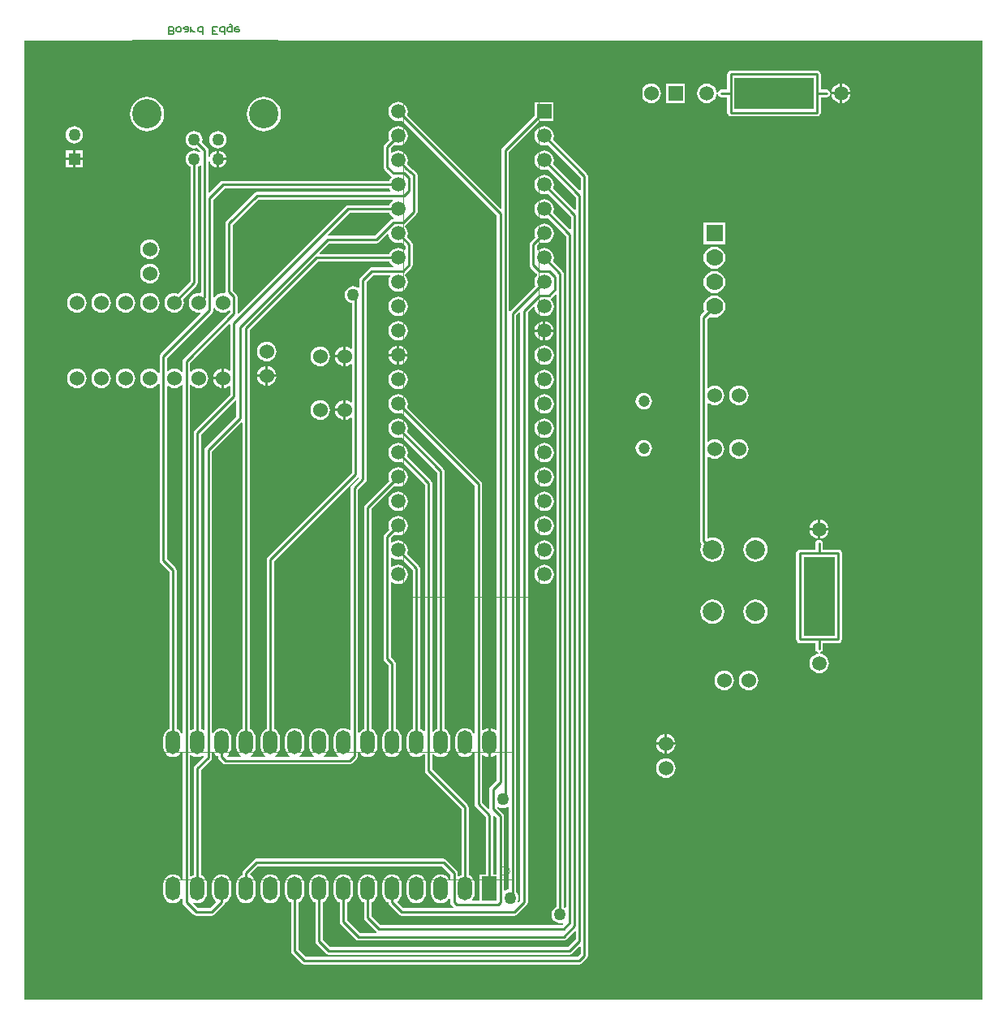
<source format=gtl>
G04 Layer_Physical_Order=1*
G04 Layer_Color=25308*
%FSLAX25Y25*%
%MOIN*%
G70*
G01*
G75*
%ADD10C,0.01000*%
%ADD11C,0.00500*%
%ADD12C,0.00394*%
%ADD13C,0.00200*%
%ADD14C,0.00600*%
%ADD15C,0.06000*%
%ADD16C,0.05906*%
%ADD17R,0.05906X0.05906*%
%ADD18C,0.07000*%
%ADD19R,0.07000X0.07000*%
%ADD20C,0.07874*%
%ADD21C,0.05000*%
%ADD22R,0.05000X0.05000*%
%ADD23R,0.06000X0.06000*%
%ADD24C,0.04724*%
%ADD25R,0.05906X0.09843*%
%ADD26O,0.05906X0.09843*%
%ADD27C,0.12000*%
G36*
X100000Y100000D02*
X493701D01*
Y493701D01*
X100000D01*
Y100000D01*
D02*
G37*
%LPC*%
G36*
X253701Y358487D02*
X254733Y358351D01*
X255694Y357953D01*
X256520Y357319D01*
X257154Y356493D01*
X257552Y355532D01*
X257688Y354500D01*
X257552Y353468D01*
X257154Y352507D01*
X256520Y351681D01*
X255694Y351047D01*
X254733Y350649D01*
X253701Y350513D01*
X252669Y350649D01*
X251707Y351047D01*
X250882Y351681D01*
X250248Y352507D01*
X249850Y353468D01*
X249714Y354500D01*
X249850Y355532D01*
X250248Y356493D01*
X250882Y357319D01*
X251707Y357953D01*
X252669Y358351D01*
X253701Y358487D01*
D02*
G37*
G36*
X313701D02*
X314733Y358351D01*
X315694Y357953D01*
X316520Y357319D01*
X317154Y356493D01*
X317552Y355532D01*
X317688Y354500D01*
X317552Y353468D01*
X317154Y352507D01*
X316520Y351681D01*
X315694Y351047D01*
X314733Y350649D01*
X313701Y350513D01*
X312669Y350649D01*
X311707Y351047D01*
X310882Y351681D01*
X310248Y352507D01*
X309850Y353468D01*
X309714Y354500D01*
X309850Y355532D01*
X310248Y356493D01*
X310882Y357319D01*
X311707Y357953D01*
X312669Y358351D01*
X313701Y358487D01*
D02*
G37*
G36*
X131701Y359034D02*
X132745Y358897D01*
X133718Y358494D01*
X134554Y357853D01*
X135195Y357017D01*
X135598Y356044D01*
X135735Y355000D01*
X135598Y353956D01*
X135195Y352983D01*
X134554Y352147D01*
X133718Y351506D01*
X132745Y351103D01*
X131701Y350965D01*
X130657Y351103D01*
X129683Y351506D01*
X128848Y352147D01*
X128207Y352983D01*
X127804Y353956D01*
X127666Y355000D01*
X127804Y356044D01*
X128207Y357017D01*
X128848Y357853D01*
X129683Y358494D01*
X130657Y358897D01*
X131701Y359034D01*
D02*
G37*
G36*
X141701D02*
X142745Y358897D01*
X143718Y358494D01*
X144554Y357853D01*
X145195Y357017D01*
X145598Y356044D01*
X145735Y355000D01*
X145598Y353956D01*
X145195Y352983D01*
X144554Y352147D01*
X143718Y351506D01*
X142745Y351103D01*
X141701Y350965D01*
X140657Y351103D01*
X139683Y351506D01*
X138848Y352147D01*
X138207Y352983D01*
X137804Y353956D01*
X137666Y355000D01*
X137804Y356044D01*
X138207Y357017D01*
X138848Y357853D01*
X139683Y358494D01*
X140657Y358897D01*
X141701Y359034D01*
D02*
G37*
G36*
X393701Y352034D02*
X394745Y351897D01*
X395718Y351494D01*
X396554Y350853D01*
X397195Y350017D01*
X397598Y349044D01*
X397735Y348000D01*
X397598Y346956D01*
X397195Y345983D01*
X396554Y345147D01*
X395718Y344506D01*
X394745Y344103D01*
X393701Y343966D01*
X392657Y344103D01*
X391684Y344506D01*
X390848Y345147D01*
X390207Y345983D01*
X389804Y346956D01*
X389666Y348000D01*
X389804Y349044D01*
X390207Y350017D01*
X390848Y350853D01*
X391684Y351494D01*
X392657Y351897D01*
X393701Y352034D01*
D02*
G37*
G36*
X313701Y348487D02*
X314733Y348351D01*
X315694Y347953D01*
X316520Y347319D01*
X317154Y346493D01*
X317552Y345532D01*
X317688Y344500D01*
X317552Y343468D01*
X317154Y342507D01*
X316520Y341681D01*
X315694Y341047D01*
X314733Y340649D01*
X313701Y340513D01*
X312669Y340649D01*
X311707Y341047D01*
X310882Y341681D01*
X310248Y342507D01*
X309850Y343468D01*
X309714Y344500D01*
X309850Y345532D01*
X310248Y346493D01*
X310882Y347319D01*
X311707Y347953D01*
X312669Y348351D01*
X313701Y348487D01*
D02*
G37*
G36*
X364201Y208969D02*
X364745Y208897D01*
X365718Y208494D01*
X366554Y207853D01*
X367195Y207017D01*
X367598Y206044D01*
X367670Y205500D01*
X364201D01*
Y208969D01*
D02*
G37*
G36*
X359732Y204500D02*
X363201D01*
Y201031D01*
X362657Y201103D01*
X361684Y201506D01*
X360848Y202147D01*
X360207Y202983D01*
X359804Y203956D01*
X359732Y204500D01*
D02*
G37*
G36*
X354701Y348998D02*
X355578Y348882D01*
X356396Y348543D01*
X357099Y348004D01*
X357638Y347302D01*
X357976Y346484D01*
X358092Y345606D01*
X357976Y344729D01*
X357638Y343911D01*
X357099Y343208D01*
X356396Y342670D01*
X355578Y342331D01*
X354701Y342215D01*
X353823Y342331D01*
X353005Y342670D01*
X352303Y343208D01*
X351764Y343911D01*
X351425Y344729D01*
X351310Y345606D01*
X351425Y346484D01*
X351764Y347302D01*
X352303Y348004D01*
X353005Y348543D01*
X353823Y348882D01*
X354701Y348998D01*
D02*
G37*
G36*
X121701Y359034D02*
X122745Y358897D01*
X123718Y358494D01*
X124554Y357853D01*
X125195Y357017D01*
X125598Y356044D01*
X125735Y355000D01*
X125598Y353956D01*
X125195Y352983D01*
X124554Y352147D01*
X123718Y351506D01*
X122745Y351103D01*
X121701Y350965D01*
X120657Y351103D01*
X119684Y351506D01*
X118848Y352147D01*
X118207Y352983D01*
X117804Y353956D01*
X117666Y355000D01*
X117804Y356044D01*
X118207Y357017D01*
X118848Y357853D01*
X119684Y358494D01*
X120657Y358897D01*
X121701Y359034D01*
D02*
G37*
G36*
X249780Y364000D02*
X253201D01*
Y360579D01*
X252669Y360649D01*
X251707Y361047D01*
X250882Y361681D01*
X250248Y362507D01*
X249850Y363468D01*
X249780Y364000D01*
D02*
G37*
G36*
X254201D02*
X257622D01*
X257552Y363468D01*
X257154Y362507D01*
X256520Y361681D01*
X255694Y361047D01*
X254733Y360649D01*
X254201Y360579D01*
Y364000D01*
D02*
G37*
G36*
Y368421D02*
X254733Y368351D01*
X255694Y367953D01*
X256520Y367319D01*
X257154Y366493D01*
X257552Y365532D01*
X257622Y365000D01*
X254201D01*
Y368421D01*
D02*
G37*
G36*
X261201Y151455D02*
X262233Y151320D01*
X263194Y150921D01*
X264020Y150288D01*
X264653Y149462D01*
X265052Y148500D01*
X265188Y147468D01*
Y143532D01*
X265052Y142500D01*
X264653Y141538D01*
X264020Y140712D01*
X263194Y140079D01*
X262233Y139681D01*
X261201Y139545D01*
X260169Y139681D01*
X259207Y140079D01*
X258382Y140712D01*
X257748Y141538D01*
X257350Y142500D01*
X257214Y143532D01*
Y147468D01*
X257350Y148500D01*
X257748Y149462D01*
X258382Y150288D01*
X259207Y150921D01*
X260169Y151320D01*
X261201Y151455D01*
D02*
G37*
G36*
X313701Y368487D02*
X314733Y368351D01*
X315694Y367953D01*
X316520Y367319D01*
X317154Y366493D01*
X317552Y365532D01*
X317688Y364500D01*
X317552Y363468D01*
X317154Y362507D01*
X316520Y361681D01*
X315694Y361047D01*
X314733Y360649D01*
X313701Y360513D01*
X312669Y360649D01*
X311707Y361047D01*
X310882Y361681D01*
X310248Y362507D01*
X309850Y363468D01*
X309714Y364500D01*
X309850Y365532D01*
X310248Y366493D01*
X310882Y367319D01*
X311707Y367953D01*
X312669Y368351D01*
X313701Y368487D01*
D02*
G37*
G36*
X383701Y389039D02*
X384875Y388884D01*
X385970Y388431D01*
X386910Y387709D01*
X387632Y386769D01*
X388085Y385675D01*
X388240Y384500D01*
X388085Y383325D01*
X387632Y382231D01*
X386910Y381291D01*
X385970Y380569D01*
X384875Y380116D01*
X383701Y379961D01*
X382526Y380116D01*
X381786Y380422D01*
X380730Y379366D01*
Y351393D01*
X381230Y351146D01*
X381683Y351494D01*
X382657Y351897D01*
X383701Y352034D01*
X384745Y351897D01*
X385718Y351494D01*
X386554Y350853D01*
X387195Y350017D01*
X387598Y349044D01*
X387735Y348000D01*
X387598Y346956D01*
X387195Y345983D01*
X386554Y345147D01*
X385718Y344506D01*
X384745Y344103D01*
X383701Y343966D01*
X382657Y344103D01*
X381683Y344506D01*
X381230Y344854D01*
X380730Y344607D01*
Y329393D01*
X381230Y329146D01*
X381683Y329494D01*
X382657Y329897D01*
X383701Y330034D01*
X384745Y329897D01*
X385718Y329494D01*
X386554Y328853D01*
X387195Y328017D01*
X387598Y327044D01*
X387735Y326000D01*
X387598Y324956D01*
X387195Y323983D01*
X386554Y323147D01*
X385718Y322506D01*
X384745Y322103D01*
X383701Y321966D01*
X382657Y322103D01*
X381683Y322506D01*
X381230Y322854D01*
X380730Y322607D01*
Y289714D01*
X381146Y289436D01*
X381554Y289605D01*
X382843Y289775D01*
X384131Y289605D01*
X385332Y289108D01*
X386364Y288316D01*
X387155Y287285D01*
X387652Y286084D01*
X387822Y284795D01*
X387652Y283506D01*
X387155Y282305D01*
X386364Y281274D01*
X385332Y280483D01*
X384131Y279985D01*
X382843Y279816D01*
X381554Y279985D01*
X380353Y280483D01*
X379322Y281274D01*
X378530Y282305D01*
X378033Y283506D01*
X377863Y284795D01*
X378033Y286084D01*
X378431Y287044D01*
X378119Y287356D01*
X377788Y287852D01*
X377671Y288437D01*
Y380000D01*
X377788Y380585D01*
X378119Y381081D01*
X379623Y382585D01*
X379317Y383325D01*
X379162Y384500D01*
X379317Y385675D01*
X379770Y386769D01*
X380491Y387709D01*
X381431Y388431D01*
X382526Y388884D01*
X383701Y389039D01*
D02*
G37*
G36*
X364201Y204500D02*
X367670D01*
X367598Y203956D01*
X367195Y202983D01*
X366554Y202147D01*
X365718Y201506D01*
X364745Y201103D01*
X364201Y201031D01*
Y204500D01*
D02*
G37*
G36*
X201201Y151455D02*
X202233Y151320D01*
X203194Y150921D01*
X204020Y150288D01*
X204654Y149462D01*
X205052Y148500D01*
X205188Y147468D01*
Y143532D01*
X205052Y142500D01*
X204654Y141538D01*
X204020Y140712D01*
X203194Y140079D01*
X202233Y139681D01*
X201201Y139545D01*
X200169Y139681D01*
X199207Y140079D01*
X198382Y140712D01*
X197748Y141538D01*
X197350Y142500D01*
X197214Y143532D01*
Y147468D01*
X197350Y148500D01*
X197748Y149462D01*
X198382Y150288D01*
X199207Y150921D01*
X200169Y151320D01*
X201201Y151455D01*
D02*
G37*
G36*
X363701Y199035D02*
X364745Y198897D01*
X365718Y198494D01*
X366554Y197853D01*
X367195Y197017D01*
X367598Y196044D01*
X367735Y195000D01*
X367598Y193956D01*
X367195Y192983D01*
X366554Y192147D01*
X365718Y191506D01*
X364745Y191103D01*
X363701Y190965D01*
X362657Y191103D01*
X361684Y191506D01*
X360848Y192147D01*
X360207Y192983D01*
X359804Y193956D01*
X359666Y195000D01*
X359804Y196044D01*
X360207Y197017D01*
X360848Y197853D01*
X361684Y198494D01*
X362657Y198897D01*
X363701Y199035D01*
D02*
G37*
G36*
X363201Y208969D02*
Y205500D01*
X359732D01*
X359804Y206044D01*
X360207Y207017D01*
X360848Y207853D01*
X361684Y208494D01*
X362657Y208897D01*
X363201Y208969D01*
D02*
G37*
G36*
X400559Y289775D02*
X401848Y289605D01*
X403049Y289108D01*
X404080Y288316D01*
X404872Y287285D01*
X405369Y286084D01*
X405539Y284795D01*
X405369Y283506D01*
X404872Y282305D01*
X404080Y281274D01*
X403049Y280483D01*
X401848Y279985D01*
X400559Y279816D01*
X399270Y279985D01*
X398069Y280483D01*
X397038Y281274D01*
X396247Y282305D01*
X395749Y283506D01*
X395579Y284795D01*
X395749Y286084D01*
X396247Y287285D01*
X397038Y288316D01*
X398069Y289108D01*
X399270Y289605D01*
X400559Y289775D01*
D02*
G37*
G36*
X313701Y278487D02*
X314733Y278351D01*
X315694Y277953D01*
X316520Y277319D01*
X317154Y276493D01*
X317552Y275532D01*
X317688Y274500D01*
X317552Y273468D01*
X317154Y272507D01*
X316520Y271681D01*
X315694Y271047D01*
X314733Y270649D01*
X313701Y270513D01*
X312669Y270649D01*
X311707Y271047D01*
X310882Y271681D01*
X310248Y272507D01*
X309850Y273468D01*
X309714Y274500D01*
X309850Y275532D01*
X310248Y276493D01*
X310882Y277319D01*
X311707Y277953D01*
X312669Y278351D01*
X313701Y278487D01*
D02*
G37*
G36*
Y288487D02*
X314733Y288351D01*
X315694Y287953D01*
X316520Y287319D01*
X317154Y286493D01*
X317552Y285532D01*
X317688Y284500D01*
X317552Y283468D01*
X317154Y282507D01*
X316520Y281681D01*
X315694Y281047D01*
X314733Y280649D01*
X313701Y280513D01*
X312669Y280649D01*
X311707Y281047D01*
X310882Y281681D01*
X310248Y282507D01*
X309850Y283468D01*
X309714Y284500D01*
X309850Y285532D01*
X310248Y286493D01*
X310882Y287319D01*
X311707Y287953D01*
X312669Y288351D01*
X313701Y288487D01*
D02*
G37*
G36*
X422780Y292618D02*
X426201D01*
Y289197D01*
X425669Y289267D01*
X424707Y289666D01*
X423882Y290299D01*
X423248Y291125D01*
X422850Y292086D01*
X422780Y292618D01*
D02*
G37*
G36*
X427201D02*
X430622D01*
X430552Y292086D01*
X430154Y291125D01*
X429520Y290299D01*
X428694Y289666D01*
X427733Y289267D01*
X427201Y289197D01*
Y292618D01*
D02*
G37*
G36*
X387701Y235034D02*
X388745Y234897D01*
X389718Y234494D01*
X390554Y233853D01*
X391195Y233017D01*
X391598Y232044D01*
X391735Y231000D01*
X391598Y229956D01*
X391195Y228983D01*
X390554Y228147D01*
X389718Y227506D01*
X388745Y227103D01*
X387701Y226965D01*
X386657Y227103D01*
X385683Y227506D01*
X384848Y228147D01*
X384207Y228983D01*
X383804Y229956D01*
X383666Y231000D01*
X383804Y232044D01*
X384207Y233017D01*
X384848Y233853D01*
X385683Y234494D01*
X386657Y234897D01*
X387701Y235034D01*
D02*
G37*
G36*
X397701D02*
X398745Y234897D01*
X399718Y234494D01*
X400554Y233853D01*
X401195Y233017D01*
X401598Y232044D01*
X401735Y231000D01*
X401598Y229956D01*
X401195Y228983D01*
X400554Y228147D01*
X399718Y227506D01*
X398745Y227103D01*
X397701Y226965D01*
X396657Y227103D01*
X395684Y227506D01*
X394848Y228147D01*
X394207Y228983D01*
X393804Y229956D01*
X393666Y231000D01*
X393804Y232044D01*
X394207Y233017D01*
X394848Y233853D01*
X395684Y234494D01*
X396657Y234897D01*
X397701Y235034D01*
D02*
G37*
G36*
X426701Y288742D02*
X426949Y288693D01*
X427049D01*
X427049Y288673D01*
X427286Y288626D01*
X427782Y288294D01*
X428114Y287798D01*
X428230Y287213D01*
Y284805D01*
X434575D01*
X435160Y284689D01*
X435656Y284357D01*
X435988Y283861D01*
X436104Y283276D01*
Y247843D01*
X435988Y247257D01*
X435656Y246761D01*
X435160Y246430D01*
X434575Y246313D01*
X428230D01*
Y243906D01*
X428114Y243320D01*
X427782Y242824D01*
X427286Y242493D01*
X427049Y242445D01*
X427065Y241939D01*
X427733Y241851D01*
X428694Y241453D01*
X429520Y240819D01*
X430154Y239993D01*
X430552Y239032D01*
X430688Y238000D01*
X430552Y236968D01*
X430154Y236007D01*
X429520Y235181D01*
X428694Y234547D01*
X427733Y234149D01*
X426701Y234013D01*
X425669Y234149D01*
X424707Y234547D01*
X423882Y235181D01*
X423248Y236007D01*
X422850Y236968D01*
X422714Y238000D01*
X422850Y239032D01*
X423248Y239993D01*
X423882Y240819D01*
X424707Y241453D01*
X425669Y241851D01*
X426336Y241939D01*
X426353Y242445D01*
X426116Y242493D01*
X425619Y242824D01*
X425288Y243320D01*
X425171Y243906D01*
Y246313D01*
X418827D01*
X418242Y246430D01*
X417745Y246761D01*
X417414Y247257D01*
X417297Y247843D01*
Y283276D01*
X417414Y283861D01*
X417745Y284357D01*
X418242Y284689D01*
X418827Y284805D01*
X425171D01*
Y287213D01*
X425288Y287798D01*
X425619Y288294D01*
X426116Y288626D01*
X426353Y288673D01*
X426352Y288693D01*
X426453D01*
X426701Y288742D01*
D02*
G37*
G36*
X382843Y264184D02*
X384131Y264015D01*
X385332Y263517D01*
X386364Y262726D01*
X387155Y261695D01*
X387652Y260494D01*
X387822Y259205D01*
X387652Y257916D01*
X387155Y256715D01*
X386364Y255684D01*
X385332Y254892D01*
X384131Y254395D01*
X382843Y254225D01*
X381554Y254395D01*
X380353Y254892D01*
X379322Y255684D01*
X378530Y256715D01*
X378033Y257916D01*
X377863Y259205D01*
X378033Y260494D01*
X378530Y261695D01*
X379322Y262726D01*
X380353Y263517D01*
X381554Y264015D01*
X382843Y264184D01*
D02*
G37*
G36*
X400559D02*
X401848Y264015D01*
X403049Y263517D01*
X404080Y262726D01*
X404872Y261695D01*
X405369Y260494D01*
X405539Y259205D01*
X405369Y257916D01*
X404872Y256715D01*
X404080Y255684D01*
X403049Y254892D01*
X401848Y254395D01*
X400559Y254225D01*
X399270Y254395D01*
X398069Y254892D01*
X397038Y255684D01*
X396247Y256715D01*
X395749Y257916D01*
X395579Y259205D01*
X395749Y260494D01*
X396247Y261695D01*
X397038Y262726D01*
X398069Y263517D01*
X399270Y264015D01*
X400559Y264184D01*
D02*
G37*
G36*
X313701Y328487D02*
X314733Y328351D01*
X315694Y327953D01*
X316520Y327319D01*
X317154Y326493D01*
X317552Y325532D01*
X317688Y324500D01*
X317552Y323468D01*
X317154Y322507D01*
X316520Y321681D01*
X315694Y321047D01*
X314733Y320649D01*
X313701Y320513D01*
X312669Y320649D01*
X311707Y321047D01*
X310882Y321681D01*
X310248Y322507D01*
X309850Y323468D01*
X309714Y324500D01*
X309850Y325532D01*
X310248Y326493D01*
X310882Y327319D01*
X311707Y327953D01*
X312669Y328351D01*
X313701Y328487D01*
D02*
G37*
G36*
Y318487D02*
X314733Y318351D01*
X315694Y317953D01*
X316520Y317319D01*
X317154Y316493D01*
X317552Y315532D01*
X317688Y314500D01*
X317552Y313468D01*
X317154Y312507D01*
X316520Y311681D01*
X315694Y311047D01*
X314733Y310649D01*
X313701Y310513D01*
X312669Y310649D01*
X311707Y311047D01*
X310882Y311681D01*
X310248Y312507D01*
X309850Y313468D01*
X309714Y314500D01*
X309850Y315532D01*
X310248Y316493D01*
X310882Y317319D01*
X311707Y317953D01*
X312669Y318351D01*
X313701Y318487D01*
D02*
G37*
G36*
X393701Y330034D02*
X394745Y329897D01*
X395718Y329494D01*
X396554Y328853D01*
X397195Y328017D01*
X397598Y327044D01*
X397735Y326000D01*
X397598Y324956D01*
X397195Y323983D01*
X396554Y323147D01*
X395718Y322506D01*
X394745Y322103D01*
X393701Y321966D01*
X392657Y322103D01*
X391684Y322506D01*
X390848Y323147D01*
X390207Y323983D01*
X389804Y324956D01*
X389666Y326000D01*
X389804Y327044D01*
X390207Y328017D01*
X390848Y328853D01*
X391684Y329494D01*
X392657Y329897D01*
X393701Y330034D01*
D02*
G37*
G36*
X313701Y338487D02*
X314733Y338351D01*
X315694Y337953D01*
X316520Y337319D01*
X317154Y336493D01*
X317552Y335532D01*
X317688Y334500D01*
X317552Y333468D01*
X317154Y332507D01*
X316520Y331681D01*
X315694Y331047D01*
X314733Y330649D01*
X313701Y330513D01*
X312669Y330649D01*
X311707Y331047D01*
X310882Y331681D01*
X310248Y332507D01*
X309850Y333468D01*
X309714Y334500D01*
X309850Y335532D01*
X310248Y336493D01*
X310882Y337319D01*
X311707Y337953D01*
X312669Y338351D01*
X313701Y338487D01*
D02*
G37*
G36*
X354701Y329785D02*
X355578Y329669D01*
X356396Y329331D01*
X357099Y328792D01*
X357638Y328089D01*
X357976Y327272D01*
X358092Y326394D01*
X357976Y325516D01*
X357638Y324698D01*
X357099Y323996D01*
X356396Y323457D01*
X355578Y323118D01*
X354701Y323003D01*
X353823Y323118D01*
X353005Y323457D01*
X352303Y323996D01*
X351764Y324698D01*
X351425Y325516D01*
X351310Y326394D01*
X351425Y327272D01*
X351764Y328089D01*
X352303Y328792D01*
X353005Y329331D01*
X353823Y329669D01*
X354701Y329785D01*
D02*
G37*
G36*
X427201Y297039D02*
X427733Y296969D01*
X428694Y296571D01*
X429520Y295937D01*
X430154Y295112D01*
X430552Y294150D01*
X430622Y293618D01*
X427201D01*
Y297039D01*
D02*
G37*
G36*
X313701Y298487D02*
X314733Y298351D01*
X315694Y297953D01*
X316520Y297319D01*
X317154Y296493D01*
X317552Y295532D01*
X317688Y294500D01*
X317552Y293468D01*
X317154Y292507D01*
X316520Y291681D01*
X315694Y291047D01*
X314733Y290649D01*
X313701Y290513D01*
X312669Y290649D01*
X311707Y291047D01*
X310882Y291681D01*
X310248Y292507D01*
X309850Y293468D01*
X309714Y294500D01*
X309850Y295532D01*
X310248Y296493D01*
X310882Y297319D01*
X311707Y297953D01*
X312669Y298351D01*
X313701Y298487D01*
D02*
G37*
G36*
X426201Y297039D02*
Y293618D01*
X422780D01*
X422850Y294150D01*
X423248Y295112D01*
X423882Y295937D01*
X424707Y296571D01*
X425669Y296969D01*
X426201Y297039D01*
D02*
G37*
G36*
X253701Y308487D02*
X254733Y308351D01*
X255694Y307953D01*
X256520Y307319D01*
X257154Y306493D01*
X257552Y305532D01*
X257688Y304500D01*
X257552Y303468D01*
X257154Y302507D01*
X256520Y301681D01*
X255694Y301047D01*
X254733Y300649D01*
X253701Y300513D01*
X252669Y300649D01*
X251707Y301047D01*
X250882Y301681D01*
X250248Y302507D01*
X249850Y303468D01*
X249714Y304500D01*
X249850Y305532D01*
X250248Y306493D01*
X250882Y307319D01*
X251707Y307953D01*
X252669Y308351D01*
X253701Y308487D01*
D02*
G37*
G36*
X313701D02*
X314733Y308351D01*
X315694Y307953D01*
X316520Y307319D01*
X317154Y306493D01*
X317552Y305532D01*
X317688Y304500D01*
X317552Y303468D01*
X317154Y302507D01*
X316520Y301681D01*
X315694Y301047D01*
X314733Y300649D01*
X313701Y300513D01*
X312669Y300649D01*
X311707Y301047D01*
X310882Y301681D01*
X310248Y302507D01*
X309850Y303468D01*
X309714Y304500D01*
X309850Y305532D01*
X310248Y306493D01*
X310882Y307319D01*
X311707Y307953D01*
X312669Y308351D01*
X313701Y308487D01*
D02*
G37*
G36*
X180201Y448464D02*
X180614Y448410D01*
X181466Y448057D01*
X182197Y447496D01*
X182758Y446765D01*
X183111Y445914D01*
X183165Y445500D01*
X180201D01*
Y448464D01*
D02*
G37*
G36*
Y444500D02*
X183165D01*
X183111Y444086D01*
X182758Y443235D01*
X182197Y442504D01*
X181466Y441943D01*
X180614Y441590D01*
X180201Y441536D01*
Y444500D01*
D02*
G37*
G36*
X121201Y448500D02*
X124201D01*
Y445500D01*
X121201D01*
Y448500D01*
D02*
G37*
G36*
X179701Y456530D02*
X180614Y456410D01*
X181466Y456057D01*
X182197Y455496D01*
X182758Y454765D01*
X183111Y453914D01*
X183231Y453000D01*
X183111Y452086D01*
X182758Y451235D01*
X182197Y450504D01*
X181466Y449943D01*
X180614Y449590D01*
X179701Y449470D01*
X178787Y449590D01*
X177936Y449943D01*
X177205Y450504D01*
X176644Y451235D01*
X176291Y452086D01*
X176171Y453000D01*
X176291Y453914D01*
X176644Y454765D01*
X177205Y455496D01*
X177936Y456057D01*
X178787Y456410D01*
X179701Y456530D01*
D02*
G37*
G36*
X117201Y448500D02*
X120201D01*
Y445500D01*
X117201D01*
Y448500D01*
D02*
G37*
G36*
Y444500D02*
X120201D01*
Y441500D01*
X117201D01*
Y444500D01*
D02*
G37*
G36*
X151701Y412035D02*
X152745Y411897D01*
X153718Y411494D01*
X154554Y410853D01*
X155195Y410017D01*
X155598Y409044D01*
X155735Y408000D01*
X155598Y406956D01*
X155195Y405983D01*
X154554Y405147D01*
X153718Y404506D01*
X152745Y404103D01*
X151701Y403966D01*
X150657Y404103D01*
X149683Y404506D01*
X148848Y405147D01*
X148207Y405983D01*
X147804Y406956D01*
X147666Y408000D01*
X147804Y409044D01*
X148207Y410017D01*
X148848Y410853D01*
X149683Y411494D01*
X150657Y411897D01*
X151701Y412035D01*
D02*
G37*
G36*
X383701Y409039D02*
X384875Y408884D01*
X385970Y408431D01*
X386910Y407709D01*
X387632Y406769D01*
X388085Y405675D01*
X388240Y404500D01*
X388085Y403325D01*
X387632Y402231D01*
X386910Y401291D01*
X385970Y400569D01*
X384875Y400116D01*
X383701Y399961D01*
X382526Y400116D01*
X381431Y400569D01*
X380491Y401291D01*
X379770Y402231D01*
X379317Y403325D01*
X379162Y404500D01*
X379317Y405675D01*
X379770Y406769D01*
X380491Y407709D01*
X381431Y408431D01*
X382526Y408884D01*
X383701Y409039D01*
D02*
G37*
G36*
X379201Y419000D02*
X388201D01*
Y410000D01*
X379201D01*
Y419000D01*
D02*
G37*
G36*
X121201Y444500D02*
X124201D01*
Y441500D01*
X121201D01*
Y444500D01*
D02*
G37*
G36*
X253701Y468487D02*
X254733Y468351D01*
X255694Y467953D01*
X256520Y467319D01*
X257154Y466493D01*
X257552Y465532D01*
X257688Y464500D01*
X257552Y463468D01*
X257360Y463004D01*
X295709Y424654D01*
X296171Y424846D01*
Y448500D01*
X296288Y449085D01*
X296619Y449581D01*
X309748Y462710D01*
Y468453D01*
X317653D01*
Y460547D01*
X311911D01*
X299230Y447866D01*
Y382876D01*
X299470Y382740D01*
X299730Y382692D01*
X310042Y393004D01*
X309850Y393468D01*
X309714Y394500D01*
X309850Y395532D01*
X310248Y396493D01*
X310792Y397202D01*
X310793Y397639D01*
X310738Y397839D01*
X310619Y397919D01*
X308119Y400419D01*
X307788Y400915D01*
X307769Y401012D01*
X307671Y401500D01*
Y410000D01*
X307788Y410585D01*
X308119Y411081D01*
X310042Y413004D01*
X309850Y413468D01*
X309714Y414500D01*
X309850Y415532D01*
X310248Y416493D01*
X310882Y417319D01*
X311707Y417953D01*
X312669Y418351D01*
X313701Y418487D01*
X314733Y418351D01*
X315694Y417953D01*
X316520Y417319D01*
X317154Y416493D01*
X317552Y415532D01*
X317688Y414500D01*
X317552Y413468D01*
X317154Y412507D01*
X316520Y411681D01*
X315694Y411047D01*
X314733Y410649D01*
X313701Y410513D01*
X312669Y410649D01*
X312205Y410841D01*
X310730Y409367D01*
Y407833D01*
X311230Y407587D01*
X311707Y407953D01*
X312669Y408351D01*
X313701Y408487D01*
X314733Y408351D01*
X315694Y407953D01*
X316520Y407319D01*
X317154Y406493D01*
X317552Y405532D01*
X317688Y404500D01*
X317552Y403468D01*
X317360Y403004D01*
X321282Y399081D01*
X321614Y398585D01*
X321730Y398000D01*
Y138055D01*
X321966Y137957D01*
X322223Y137760D01*
X322671Y137981D01*
Y413367D01*
X315197Y420841D01*
X314733Y420649D01*
X313701Y420513D01*
X312669Y420649D01*
X311707Y421047D01*
X310882Y421681D01*
X310248Y422507D01*
X309850Y423468D01*
X309714Y424500D01*
X309850Y425532D01*
X310248Y426493D01*
X310882Y427319D01*
X311707Y427953D01*
X312669Y428351D01*
X313701Y428487D01*
X314733Y428351D01*
X315694Y427953D01*
X316520Y427319D01*
X317154Y426493D01*
X317552Y425532D01*
X317688Y424500D01*
X317552Y423468D01*
X317360Y423004D01*
X324209Y416154D01*
X324671Y416346D01*
Y421367D01*
X315197Y430841D01*
X314733Y430649D01*
X313701Y430513D01*
X312669Y430649D01*
X311707Y431047D01*
X310882Y431681D01*
X310248Y432507D01*
X309850Y433468D01*
X309714Y434500D01*
X309850Y435532D01*
X310248Y436493D01*
X310882Y437319D01*
X311707Y437953D01*
X312669Y438351D01*
X313701Y438487D01*
X314733Y438351D01*
X315694Y437953D01*
X316520Y437319D01*
X317154Y436493D01*
X317552Y435532D01*
X317688Y434500D01*
X317552Y433468D01*
X317360Y433004D01*
X326209Y424154D01*
X326671Y424346D01*
Y429366D01*
X315197Y440841D01*
X314733Y440649D01*
X313701Y440513D01*
X312669Y440649D01*
X311707Y441047D01*
X310882Y441681D01*
X310248Y442507D01*
X309850Y443468D01*
X309714Y444500D01*
X309850Y445532D01*
X310248Y446493D01*
X310882Y447319D01*
X311707Y447953D01*
X312669Y448351D01*
X313701Y448487D01*
X314733Y448351D01*
X315694Y447953D01*
X316520Y447319D01*
X317154Y446493D01*
X317552Y445532D01*
X317688Y444500D01*
X317552Y443468D01*
X317360Y443004D01*
X328209Y432154D01*
X328671Y432346D01*
Y437366D01*
X315197Y450841D01*
X314733Y450649D01*
X313701Y450513D01*
X312669Y450649D01*
X311707Y451047D01*
X310882Y451681D01*
X310248Y452507D01*
X309850Y453468D01*
X309714Y454500D01*
X309850Y455532D01*
X310248Y456493D01*
X310882Y457319D01*
X311707Y457953D01*
X312669Y458351D01*
X313701Y458487D01*
X314733Y458351D01*
X315694Y457953D01*
X316520Y457319D01*
X317154Y456493D01*
X317552Y455532D01*
X317688Y454500D01*
X317552Y453468D01*
X317360Y453004D01*
X331282Y439081D01*
X331614Y438585D01*
X331730Y438000D01*
Y118000D01*
X331614Y117415D01*
X331282Y116919D01*
X329282Y114919D01*
X328786Y114587D01*
X328201Y114471D01*
X215201D01*
X214616Y114587D01*
X214119Y114919D01*
X210119Y118919D01*
X209788Y119415D01*
X209769Y119512D01*
X209671Y120000D01*
Y139887D01*
X209207Y140079D01*
X208382Y140712D01*
X207748Y141538D01*
X207350Y142500D01*
X207214Y143532D01*
Y147468D01*
X207350Y148500D01*
X207748Y149462D01*
X208382Y150288D01*
X209207Y150921D01*
X210169Y151320D01*
X211201Y151455D01*
X212233Y151320D01*
X213194Y150921D01*
X214020Y150288D01*
X214653Y149462D01*
X215052Y148500D01*
X215188Y147468D01*
Y143532D01*
X215052Y142500D01*
X214653Y141538D01*
X214020Y140712D01*
X213194Y140079D01*
X212730Y139887D01*
Y120633D01*
X215834Y117529D01*
X327567D01*
X328671Y118633D01*
Y121654D01*
X328209Y121846D01*
X325282Y118919D01*
X324786Y118587D01*
X324689Y118568D01*
X324201Y118471D01*
X225201D01*
X224616Y118587D01*
X224119Y118919D01*
X220119Y122919D01*
X219788Y123415D01*
X219769Y123512D01*
X219671Y124000D01*
Y139887D01*
X219207Y140079D01*
X218382Y140712D01*
X217748Y141538D01*
X217350Y142500D01*
X217214Y143532D01*
Y147468D01*
X217350Y148500D01*
X217748Y149462D01*
X218382Y150288D01*
X219207Y150921D01*
X220169Y151320D01*
X221201Y151455D01*
X222233Y151320D01*
X223194Y150921D01*
X224020Y150288D01*
X224654Y149462D01*
X225052Y148500D01*
X225188Y147468D01*
Y143532D01*
X225052Y142500D01*
X224654Y141538D01*
X224020Y140712D01*
X223194Y140079D01*
X222730Y139887D01*
Y124634D01*
X225834Y121529D01*
X323567D01*
X326671Y124634D01*
Y127954D01*
X326209Y128146D01*
X322782Y124719D01*
X322286Y124387D01*
X321701Y124271D01*
X237401D01*
X236816Y124387D01*
X236319Y124719D01*
X230119Y130919D01*
X229788Y131415D01*
X229768Y131512D01*
X229671Y132000D01*
Y139887D01*
X229207Y140079D01*
X228382Y140712D01*
X227748Y141538D01*
X227350Y142500D01*
X227214Y143532D01*
Y147468D01*
X227350Y148500D01*
X227748Y149462D01*
X228382Y150288D01*
X229207Y150921D01*
X230169Y151320D01*
X231201Y151455D01*
X232233Y151320D01*
X233194Y150921D01*
X234020Y150288D01*
X234653Y149462D01*
X235052Y148500D01*
X235188Y147468D01*
Y143532D01*
X235052Y142500D01*
X234653Y141538D01*
X234020Y140712D01*
X233194Y140079D01*
X232730Y139887D01*
Y132633D01*
X238034Y127329D01*
X244751D01*
X244902Y127829D01*
X244619Y128019D01*
X240119Y132519D01*
X239788Y133015D01*
X239671Y133600D01*
Y139887D01*
X239207Y140079D01*
X238382Y140712D01*
X237748Y141538D01*
X237350Y142500D01*
X237214Y143532D01*
Y147468D01*
X237350Y148500D01*
X237748Y149462D01*
X238382Y150288D01*
X239207Y150921D01*
X240169Y151320D01*
X241201Y151455D01*
X242233Y151320D01*
X243194Y150921D01*
X244020Y150288D01*
X244654Y149462D01*
X245052Y148500D01*
X245188Y147468D01*
Y143532D01*
X245052Y142500D01*
X244654Y141538D01*
X244020Y140712D01*
X243194Y140079D01*
X242730Y139887D01*
Y134233D01*
X246334Y130629D01*
X321067D01*
X321579Y131141D01*
X321296Y131565D01*
X321114Y131490D01*
X320201Y131370D01*
X319287Y131490D01*
X318436Y131843D01*
X317705Y132404D01*
X317144Y133135D01*
X316791Y133986D01*
X316671Y134900D01*
X316791Y135814D01*
X317144Y136665D01*
X317705Y137396D01*
X318436Y137957D01*
X318671Y138055D01*
Y389154D01*
X318210Y389346D01*
X316782Y387919D01*
X316664Y387839D01*
X316608Y387639D01*
X316610Y387202D01*
X317154Y386493D01*
X317552Y385532D01*
X317688Y384500D01*
X317552Y383468D01*
X317154Y382507D01*
X316520Y381681D01*
X315694Y381047D01*
X314733Y380649D01*
X313701Y380513D01*
X312669Y380649D01*
X311707Y381047D01*
X310882Y381681D01*
X310248Y382507D01*
X309850Y383468D01*
X309755Y384185D01*
X309227Y384364D01*
X307030Y382167D01*
Y140000D01*
X306914Y139415D01*
X306582Y138919D01*
X302582Y134919D01*
X302086Y134587D01*
X301989Y134568D01*
X301501Y134471D01*
X255201D01*
X254615Y134587D01*
X254119Y134919D01*
X250119Y138919D01*
X249788Y139415D01*
X249768Y139512D01*
X249696Y139876D01*
X249207Y140079D01*
X248382Y140712D01*
X247748Y141538D01*
X247350Y142500D01*
X247214Y143532D01*
Y147468D01*
X247350Y148500D01*
X247748Y149462D01*
X248382Y150288D01*
X249207Y150921D01*
X250169Y151320D01*
X251201Y151455D01*
X252233Y151320D01*
X253194Y150921D01*
X254020Y150288D01*
X254654Y149462D01*
X255052Y148500D01*
X255188Y147468D01*
Y143532D01*
X255052Y142500D01*
X254654Y141538D01*
X254020Y140712D01*
X253546Y140349D01*
X253514Y139850D01*
X255834Y137529D01*
X276324D01*
X276371Y137592D01*
X276508Y138029D01*
X275619Y138919D01*
X275288Y139415D01*
X275171Y140000D01*
Y141482D01*
X274671Y141581D01*
X274654Y141538D01*
X274020Y140712D01*
X273194Y140079D01*
X272233Y139681D01*
X271201Y139545D01*
X270169Y139681D01*
X269207Y140079D01*
X268382Y140712D01*
X267748Y141538D01*
X267350Y142500D01*
X267214Y143532D01*
Y147468D01*
X267350Y148500D01*
X267748Y149462D01*
X268382Y150288D01*
X269207Y150921D01*
X270169Y151320D01*
X271201Y151455D01*
X272233Y151320D01*
X273194Y150921D01*
X274020Y150288D01*
X274654Y149462D01*
X274671Y149419D01*
X275171Y149518D01*
Y151366D01*
X271767Y154771D01*
X196134D01*
X192934Y151570D01*
X193028Y150990D01*
X193194Y150921D01*
X194020Y150288D01*
X194653Y149462D01*
X195052Y148500D01*
X195188Y147468D01*
Y143532D01*
X195052Y142500D01*
X194653Y141538D01*
X194020Y140712D01*
X193194Y140079D01*
X192233Y139681D01*
X191201Y139545D01*
X190169Y139681D01*
X189207Y140079D01*
X188382Y140712D01*
X187748Y141538D01*
X187350Y142500D01*
X187214Y143532D01*
Y147468D01*
X187350Y148500D01*
X187748Y149462D01*
X188382Y150288D01*
X189207Y150921D01*
X189671Y151113D01*
Y152000D01*
X189788Y152585D01*
X190119Y153081D01*
X194419Y157381D01*
X194915Y157713D01*
X195501Y157829D01*
X272401D01*
X272986Y157713D01*
X273482Y157381D01*
X277782Y153081D01*
X278114Y152585D01*
X278230Y152000D01*
Y150802D01*
X278730Y150555D01*
X279207Y150921D01*
X279671Y151113D01*
Y178267D01*
X265119Y192819D01*
X264788Y193315D01*
X264671Y193900D01*
Y200740D01*
X264171Y200910D01*
X264020Y200712D01*
X263194Y200079D01*
X262233Y199680D01*
X261201Y199545D01*
X260169Y199680D01*
X259207Y200079D01*
X258382Y200712D01*
X257748Y201538D01*
X257350Y202500D01*
X257214Y203532D01*
Y207469D01*
X257350Y208500D01*
X257748Y209462D01*
X258382Y210288D01*
X259207Y210921D01*
X259671Y211113D01*
Y276366D01*
X255197Y280841D01*
X254733Y280649D01*
X253701Y280513D01*
X252669Y280649D01*
X251707Y281047D01*
X251230Y281413D01*
X250730Y281167D01*
Y277833D01*
X251230Y277587D01*
X251707Y277953D01*
X252669Y278351D01*
X253701Y278487D01*
X254733Y278351D01*
X255694Y277953D01*
X256520Y277319D01*
X257154Y276493D01*
X257552Y275532D01*
X257688Y274500D01*
X257552Y273468D01*
X257154Y272507D01*
X256520Y271681D01*
X255694Y271047D01*
X254733Y270649D01*
X253701Y270513D01*
X252669Y270649D01*
X251707Y271047D01*
X251230Y271413D01*
X250730Y271167D01*
Y240634D01*
X252282Y239081D01*
X252614Y238585D01*
X252730Y238000D01*
Y211113D01*
X253194Y210921D01*
X254020Y210288D01*
X254654Y209462D01*
X255052Y208500D01*
X255188Y207469D01*
Y203532D01*
X255052Y202500D01*
X254654Y201538D01*
X254020Y200712D01*
X253194Y200079D01*
X252233Y199680D01*
X251201Y199545D01*
X250169Y199680D01*
X249207Y200079D01*
X248382Y200712D01*
X247748Y201538D01*
X247350Y202500D01*
X247214Y203532D01*
Y207469D01*
X247350Y208500D01*
X247748Y209462D01*
X248382Y210288D01*
X249207Y210921D01*
X249671Y211113D01*
Y237367D01*
X248119Y238919D01*
X247788Y239415D01*
X247671Y240000D01*
Y290000D01*
X247788Y290585D01*
X248119Y291081D01*
X250042Y293004D01*
X249850Y293468D01*
X249714Y294500D01*
X249850Y295532D01*
X250248Y296493D01*
X250882Y297319D01*
X251707Y297953D01*
X252669Y298351D01*
X253701Y298487D01*
X254733Y298351D01*
X255694Y297953D01*
X256520Y297319D01*
X257154Y296493D01*
X257552Y295532D01*
X257688Y294500D01*
X257552Y293468D01*
X257154Y292507D01*
X256520Y291681D01*
X255694Y291047D01*
X254733Y290649D01*
X253701Y290513D01*
X252669Y290649D01*
X252205Y290841D01*
X250730Y289367D01*
Y287833D01*
X251230Y287587D01*
X251707Y287953D01*
X252669Y288351D01*
X253701Y288487D01*
X254733Y288351D01*
X255694Y287953D01*
X256520Y287319D01*
X257154Y286493D01*
X257552Y285532D01*
X257688Y284500D01*
X257552Y283468D01*
X257360Y283004D01*
X262282Y278081D01*
X262614Y277585D01*
X262730Y277000D01*
Y211113D01*
X263194Y210921D01*
X264020Y210288D01*
X264171Y210090D01*
X264671Y210260D01*
Y311367D01*
X255197Y320841D01*
X254733Y320649D01*
X253701Y320513D01*
X252669Y320649D01*
X251707Y321047D01*
X250882Y321681D01*
X250248Y322507D01*
X249850Y323468D01*
X249714Y324500D01*
X249850Y325532D01*
X250248Y326493D01*
X250882Y327319D01*
X251707Y327953D01*
X252669Y328351D01*
X253701Y328487D01*
X254733Y328351D01*
X255694Y327953D01*
X256520Y327319D01*
X257154Y326493D01*
X257552Y325532D01*
X257688Y324500D01*
X257552Y323468D01*
X257360Y323004D01*
X267282Y313081D01*
X267614Y312585D01*
X267730Y312000D01*
Y210260D01*
X268230Y210090D01*
X268382Y210288D01*
X269207Y210921D01*
X269671Y211113D01*
Y316367D01*
X255197Y330841D01*
X254733Y330649D01*
X253701Y330513D01*
X252669Y330649D01*
X251707Y331047D01*
X250882Y331681D01*
X250248Y332507D01*
X249850Y333468D01*
X249714Y334500D01*
X249850Y335532D01*
X250248Y336493D01*
X250882Y337319D01*
X251707Y337953D01*
X252669Y338351D01*
X253701Y338487D01*
X254733Y338351D01*
X255694Y337953D01*
X256520Y337319D01*
X257154Y336493D01*
X257552Y335532D01*
X257688Y334500D01*
X257552Y333468D01*
X257360Y333004D01*
X272282Y318081D01*
X272614Y317585D01*
X272730Y317000D01*
Y211113D01*
X273194Y210921D01*
X274020Y210288D01*
X274654Y209462D01*
X275052Y208500D01*
X275188Y207469D01*
Y203532D01*
X275052Y202500D01*
X274654Y201538D01*
X274020Y200712D01*
X273194Y200079D01*
X272233Y199680D01*
X271201Y199545D01*
X270169Y199680D01*
X269207Y200079D01*
X268382Y200712D01*
X268230Y200910D01*
X267730Y200740D01*
Y194534D01*
X282282Y179981D01*
X282614Y179485D01*
X282730Y178900D01*
Y151113D01*
X283194Y150921D01*
X284020Y150288D01*
X284653Y149462D01*
X285052Y148500D01*
X285188Y147468D01*
Y143532D01*
X285052Y142500D01*
X284653Y141538D01*
X284263Y141029D01*
X284510Y140529D01*
X287248D01*
Y151421D01*
X289671D01*
Y175058D01*
X285619Y179110D01*
X285288Y179606D01*
X285171Y180192D01*
Y201482D01*
X284671Y201581D01*
X284653Y201538D01*
X284020Y200712D01*
X283194Y200079D01*
X282233Y199680D01*
X281201Y199545D01*
X280169Y199680D01*
X279207Y200079D01*
X278382Y200712D01*
X277748Y201538D01*
X277350Y202500D01*
X277214Y203532D01*
Y207469D01*
X277350Y208500D01*
X277748Y209462D01*
X278382Y210288D01*
X279207Y210921D01*
X280169Y211319D01*
X281201Y211455D01*
X282233Y211319D01*
X283194Y210921D01*
X284020Y210288D01*
X284653Y209462D01*
X284671Y209419D01*
X285171Y209518D01*
Y310866D01*
X255197Y340841D01*
X254733Y340649D01*
X253701Y340513D01*
X252669Y340649D01*
X251707Y341047D01*
X250882Y341681D01*
X250248Y342507D01*
X249850Y343468D01*
X249714Y344500D01*
X249850Y345532D01*
X250248Y346493D01*
X250882Y347319D01*
X251707Y347953D01*
X252669Y348351D01*
X253701Y348487D01*
X254733Y348351D01*
X255694Y347953D01*
X256520Y347319D01*
X257154Y346493D01*
X257552Y345532D01*
X257688Y344500D01*
X257552Y343468D01*
X257360Y343004D01*
X287782Y312581D01*
X288114Y312085D01*
X288230Y311500D01*
Y210802D01*
X288730Y210555D01*
X289207Y210921D01*
X290169Y211319D01*
X290701Y211389D01*
Y205500D01*
Y199610D01*
X290169Y199680D01*
X289207Y200079D01*
X288730Y200445D01*
X288230Y200198D01*
Y180825D01*
X290671Y178384D01*
X291171Y178591D01*
Y186192D01*
X291288Y186777D01*
X291619Y187273D01*
X294171Y189825D01*
Y200198D01*
X293671Y200445D01*
X293194Y200079D01*
X292233Y199680D01*
X291701Y199610D01*
Y205500D01*
Y211389D01*
X292233Y211319D01*
X293194Y210921D01*
X293671Y210555D01*
X294171Y210802D01*
Y421867D01*
X255197Y460841D01*
X254733Y460649D01*
X253701Y460513D01*
X252669Y460649D01*
X251707Y461047D01*
X250882Y461681D01*
X250248Y462507D01*
X249850Y463468D01*
X249714Y464500D01*
X249850Y465532D01*
X250248Y466493D01*
X250882Y467319D01*
X251707Y467953D01*
X252669Y468351D01*
X253701Y468487D01*
D02*
G37*
G36*
X431780Y471500D02*
X435201D01*
Y468079D01*
X434669Y468149D01*
X433707Y468547D01*
X432882Y469181D01*
X432248Y470007D01*
X431850Y470968D01*
X431780Y471500D01*
D02*
G37*
G36*
X436201D02*
X439622D01*
X439552Y470968D01*
X439153Y470007D01*
X438520Y469181D01*
X437694Y468547D01*
X436733Y468149D01*
X436201Y468079D01*
Y471500D01*
D02*
G37*
G36*
X390425Y481403D02*
X425858D01*
X426443Y481287D01*
X426940Y480955D01*
X427271Y480459D01*
X427388Y479874D01*
Y473529D01*
X429795D01*
X430380Y473413D01*
X430877Y473081D01*
X431208Y472585D01*
X431255Y472348D01*
X431275Y472348D01*
Y472248D01*
X431325Y472000D01*
X431275Y471752D01*
Y471652D01*
X431255Y471652D01*
X431208Y471415D01*
X430877Y470919D01*
X430380Y470587D01*
X429795Y470471D01*
X427388D01*
Y464126D01*
X427271Y463541D01*
X426940Y463045D01*
X426443Y462713D01*
X425858Y462597D01*
X390425D01*
X389840Y462713D01*
X389344Y463045D01*
X389012Y463541D01*
X388896Y464126D01*
Y470471D01*
X386488D01*
X385903Y470587D01*
X385407Y470919D01*
X385075Y471415D01*
X385028Y471652D01*
X384522Y471636D01*
X384434Y470968D01*
X384035Y470007D01*
X383402Y469181D01*
X382576Y468547D01*
X381614Y468149D01*
X380583Y468013D01*
X379551Y468149D01*
X378589Y468547D01*
X377763Y469181D01*
X377130Y470007D01*
X376732Y470968D01*
X376596Y472000D01*
X376732Y473032D01*
X377130Y473993D01*
X377763Y474819D01*
X378589Y475453D01*
X379551Y475851D01*
X380583Y475987D01*
X381614Y475851D01*
X382576Y475453D01*
X383402Y474819D01*
X384035Y473993D01*
X384434Y473032D01*
X384522Y472364D01*
X385028Y472348D01*
X385075Y472585D01*
X385407Y473081D01*
X385903Y473413D01*
X386488Y473529D01*
X388896D01*
Y479874D01*
X389012Y480459D01*
X389344Y480955D01*
X389840Y481287D01*
X390425Y481403D01*
D02*
G37*
G36*
X435201Y475921D02*
Y472500D01*
X431780D01*
X431850Y473032D01*
X432248Y473993D01*
X432882Y474819D01*
X433707Y475453D01*
X434669Y475851D01*
X435201Y475921D01*
D02*
G37*
G36*
X436201D02*
X436733Y475851D01*
X437694Y475453D01*
X438520Y474819D01*
X439153Y473993D01*
X439552Y473032D01*
X439622Y472500D01*
X436201D01*
Y475921D01*
D02*
G37*
G36*
X363701Y476000D02*
X371701D01*
Y468000D01*
X363701D01*
Y476000D01*
D02*
G37*
G36*
X120701Y458530D02*
X121614Y458410D01*
X122466Y458057D01*
X123197Y457496D01*
X123758Y456765D01*
X124110Y455914D01*
X124231Y455000D01*
X124110Y454086D01*
X123758Y453235D01*
X123197Y452504D01*
X122466Y451943D01*
X121614Y451590D01*
X120701Y451470D01*
X119787Y451590D01*
X118936Y451943D01*
X118204Y452504D01*
X117643Y453235D01*
X117291Y454086D01*
X117170Y455000D01*
X117291Y455914D01*
X117643Y456765D01*
X118204Y457496D01*
X118936Y458057D01*
X119787Y458410D01*
X120701Y458530D01*
D02*
G37*
G36*
X253701Y458487D02*
X254733Y458351D01*
X255694Y457953D01*
X256520Y457319D01*
X257154Y456493D01*
X257552Y455532D01*
X257688Y454500D01*
X257552Y453468D01*
X257154Y452507D01*
X256520Y451681D01*
X255694Y451047D01*
X254733Y450649D01*
X253701Y450513D01*
X252669Y450649D01*
X252205Y450841D01*
X250730Y449367D01*
Y447833D01*
X251230Y447587D01*
X251707Y447953D01*
X252669Y448351D01*
X253701Y448487D01*
X254733Y448351D01*
X255694Y447953D01*
X256520Y447319D01*
X257154Y446493D01*
X257552Y445532D01*
X257688Y444500D01*
X257552Y443468D01*
X257360Y443004D01*
X258284Y442080D01*
X261140Y439669D01*
X261181Y439618D01*
X261235Y439581D01*
X261366Y439386D01*
X261512Y439202D01*
X261530Y439140D01*
X261567Y439085D01*
X261612Y438855D01*
X261678Y438629D01*
X261670Y438564D01*
X261683Y438500D01*
Y423406D01*
X261567Y422820D01*
X261235Y422324D01*
X256782Y417871D01*
X256696Y417814D01*
X256643Y417665D01*
X256634Y417171D01*
X257154Y416493D01*
X257552Y415532D01*
X257688Y414500D01*
X257552Y413468D01*
X257360Y413004D01*
X259282Y411081D01*
X259614Y410585D01*
X259730Y410000D01*
Y401500D01*
X259614Y400915D01*
X259282Y400419D01*
X256782Y397919D01*
X256663Y397839D01*
X256608Y397639D01*
X256610Y397202D01*
X257154Y396493D01*
X257552Y395532D01*
X257688Y394500D01*
X257552Y393468D01*
X257154Y392507D01*
X256520Y391681D01*
X255694Y391047D01*
X254733Y390649D01*
X253701Y390513D01*
X252669Y390649D01*
X251707Y391047D01*
X250882Y391681D01*
X250248Y392507D01*
X249850Y393468D01*
X249714Y394500D01*
X249850Y395532D01*
X250248Y396493D01*
X250614Y396971D01*
X250368Y397471D01*
X243534D01*
X240830Y394766D01*
Y313500D01*
X240714Y312915D01*
X240382Y312419D01*
X237230Y309266D01*
Y209518D01*
X237730Y209419D01*
X237748Y209462D01*
X238382Y210288D01*
X239207Y210921D01*
X239671Y211113D01*
Y302000D01*
X239788Y302585D01*
X240119Y303081D01*
X250042Y313004D01*
X249850Y313468D01*
X249714Y314500D01*
X249850Y315532D01*
X250248Y316493D01*
X250882Y317319D01*
X251707Y317953D01*
X252669Y318351D01*
X253701Y318487D01*
X254733Y318351D01*
X255694Y317953D01*
X256520Y317319D01*
X257154Y316493D01*
X257552Y315532D01*
X257688Y314500D01*
X257552Y313468D01*
X257154Y312507D01*
X256520Y311681D01*
X255694Y311047D01*
X254733Y310649D01*
X253701Y310513D01*
X252669Y310649D01*
X252205Y310841D01*
X242730Y301366D01*
Y211113D01*
X243194Y210921D01*
X244020Y210288D01*
X244654Y209462D01*
X245052Y208500D01*
X245188Y207469D01*
Y203532D01*
X245052Y202500D01*
X244654Y201538D01*
X244020Y200712D01*
X243194Y200079D01*
X242233Y199680D01*
X241201Y199545D01*
X240169Y199680D01*
X239207Y200079D01*
X238382Y200712D01*
X237748Y201538D01*
X237730Y201581D01*
X237230Y201482D01*
Y200100D01*
X237114Y199515D01*
X236782Y199019D01*
X234782Y197019D01*
X234286Y196687D01*
X233701Y196571D01*
X182701D01*
X182115Y196687D01*
X181619Y197019D01*
X180119Y198519D01*
X179788Y199015D01*
X179671Y199600D01*
Y199887D01*
X179207Y200079D01*
X178382Y200712D01*
X177748Y201538D01*
X177730Y201581D01*
X177230Y201482D01*
Y199400D01*
X177114Y198815D01*
X176782Y198319D01*
X172730Y194266D01*
Y151113D01*
X173194Y150921D01*
X174020Y150288D01*
X174653Y149462D01*
X175052Y148500D01*
X175188Y147468D01*
Y143532D01*
X175052Y142500D01*
X174653Y141538D01*
X174020Y140712D01*
X173194Y140079D01*
X172233Y139681D01*
X171201Y139545D01*
X170169Y139681D01*
X169693Y139877D01*
X169410Y139454D01*
X171334Y137529D01*
X176567D01*
X178888Y139850D01*
X178855Y140349D01*
X178382Y140712D01*
X177748Y141538D01*
X177350Y142500D01*
X177214Y143532D01*
Y147468D01*
X177350Y148500D01*
X177748Y149462D01*
X178382Y150288D01*
X179207Y150921D01*
X180169Y151320D01*
X181201Y151455D01*
X182233Y151320D01*
X183194Y150921D01*
X184020Y150288D01*
X184653Y149462D01*
X185052Y148500D01*
X185188Y147468D01*
Y143532D01*
X185052Y142500D01*
X184653Y141538D01*
X184020Y140712D01*
X183194Y140079D01*
X182706Y139876D01*
X182614Y139415D01*
X182282Y138919D01*
X178282Y134919D01*
X177786Y134587D01*
X177689Y134568D01*
X177201Y134471D01*
X170701D01*
X170115Y134587D01*
X169619Y134919D01*
X165619Y138919D01*
X165288Y139415D01*
X165269Y139512D01*
X165171Y140000D01*
Y141482D01*
X164671Y141581D01*
X164654Y141538D01*
X164020Y140712D01*
X163194Y140079D01*
X162233Y139681D01*
X161201Y139545D01*
X160169Y139681D01*
X159207Y140079D01*
X158382Y140712D01*
X157748Y141538D01*
X157350Y142500D01*
X157214Y143532D01*
Y147468D01*
X157350Y148500D01*
X157748Y149462D01*
X158382Y150288D01*
X159207Y150921D01*
X160169Y151320D01*
X161201Y151455D01*
X162233Y151320D01*
X163194Y150921D01*
X164020Y150288D01*
X164654Y149462D01*
X164671Y149419D01*
X165171Y149518D01*
Y201482D01*
X164671Y201581D01*
X164654Y201538D01*
X164020Y200712D01*
X163194Y200079D01*
X162233Y199680D01*
X161201Y199545D01*
X160169Y199680D01*
X159207Y200079D01*
X158382Y200712D01*
X157748Y201538D01*
X157350Y202500D01*
X157214Y203532D01*
Y207469D01*
X157350Y208500D01*
X157748Y209462D01*
X158382Y210288D01*
X159207Y210921D01*
X159671Y211113D01*
Y275567D01*
X156119Y279119D01*
X155788Y279615D01*
X155769Y279712D01*
X155671Y280200D01*
Y352700D01*
X155224Y352955D01*
X155171Y352952D01*
X154554Y352147D01*
X153718Y351506D01*
X152745Y351103D01*
X151701Y350965D01*
X150657Y351103D01*
X149683Y351506D01*
X148848Y352147D01*
X148207Y352983D01*
X147804Y353956D01*
X147666Y355000D01*
X147804Y356044D01*
X148207Y357017D01*
X148848Y357853D01*
X149683Y358494D01*
X150657Y358897D01*
X151701Y359034D01*
X152745Y358897D01*
X153718Y358494D01*
X154554Y357853D01*
X155171Y357048D01*
X155224Y357045D01*
X155671Y357300D01*
Y364000D01*
X155788Y364585D01*
X156119Y365081D01*
X172620Y381582D01*
X172387Y382056D01*
X171701Y381965D01*
X170657Y382103D01*
X169684Y382506D01*
X168848Y383147D01*
X168207Y383983D01*
X167804Y384956D01*
X167666Y386000D01*
X167804Y387044D01*
X168207Y388017D01*
X168848Y388853D01*
X169684Y389494D01*
X170657Y389897D01*
X171701Y390035D01*
X172271Y389959D01*
X172771Y390398D01*
Y442228D01*
X172271Y442407D01*
X171666Y441943D01*
X171430Y441845D01*
Y394200D01*
X171314Y393615D01*
X170982Y393119D01*
X165396Y387532D01*
X165598Y387044D01*
X165735Y386000D01*
X165598Y384956D01*
X165195Y383983D01*
X164554Y383147D01*
X163718Y382506D01*
X162745Y382103D01*
X161701Y381965D01*
X160657Y382103D01*
X159684Y382506D01*
X158848Y383147D01*
X158207Y383983D01*
X157804Y384956D01*
X157666Y386000D01*
X157804Y387044D01*
X158207Y388017D01*
X158848Y388853D01*
X159684Y389494D01*
X160657Y389897D01*
X161701Y390035D01*
X162745Y389897D01*
X163233Y389695D01*
X168371Y394833D01*
Y441845D01*
X168136Y441943D01*
X167404Y442504D01*
X166843Y443235D01*
X166491Y444086D01*
X166371Y445000D01*
X166491Y445914D01*
X166843Y446765D01*
X167404Y447496D01*
X168136Y448057D01*
X168987Y448410D01*
X169901Y448530D01*
X170815Y448410D01*
X171666Y448057D01*
X171931Y447854D01*
X172488Y448056D01*
X172524Y448214D01*
X171050Y449688D01*
X170815Y449590D01*
X169901Y449470D01*
X168987Y449590D01*
X168136Y449943D01*
X167404Y450504D01*
X166843Y451235D01*
X166491Y452086D01*
X166371Y453000D01*
X166491Y453914D01*
X166843Y454765D01*
X167404Y455496D01*
X168136Y456057D01*
X168987Y456410D01*
X169901Y456530D01*
X170815Y456410D01*
X171666Y456057D01*
X172397Y455496D01*
X172958Y454765D01*
X173311Y453914D01*
X173431Y453000D01*
X173311Y452086D01*
X173213Y451851D01*
X175382Y449681D01*
X175714Y449185D01*
X175830Y448600D01*
Y446108D01*
X176330Y446009D01*
X176644Y446765D01*
X177205Y447496D01*
X177936Y448057D01*
X178787Y448410D01*
X179201Y448464D01*
Y445000D01*
Y441536D01*
X178787Y441590D01*
X177936Y441943D01*
X177205Y442504D01*
X176644Y443235D01*
X176330Y443991D01*
X175830Y443892D01*
Y431446D01*
X176292Y431254D01*
X180619Y435581D01*
X181115Y435913D01*
X181701Y436029D01*
X250056D01*
X250248Y436493D01*
X250882Y437319D01*
X251030Y437433D01*
X250947Y438000D01*
X250619Y438219D01*
X248119Y440719D01*
X247788Y441215D01*
X247768Y441312D01*
X247671Y441800D01*
Y450000D01*
X247788Y450585D01*
X248119Y451081D01*
X250042Y453004D01*
X249850Y453468D01*
X249714Y454500D01*
X249850Y455532D01*
X250248Y456493D01*
X250882Y457319D01*
X251707Y457953D01*
X252669Y458351D01*
X253701Y458487D01*
D02*
G37*
G36*
X198601Y470534D02*
X199973Y470399D01*
X201292Y469998D01*
X202509Y469348D01*
X203574Y468474D01*
X204449Y467408D01*
X205099Y466192D01*
X205500Y464872D01*
X205635Y463500D01*
X205500Y462128D01*
X205099Y460808D01*
X204449Y459592D01*
X203574Y458526D01*
X202509Y457652D01*
X201292Y457002D01*
X199973Y456601D01*
X198601Y456466D01*
X197229Y456601D01*
X195909Y457002D01*
X194693Y457652D01*
X193627Y458526D01*
X192752Y459592D01*
X192102Y460808D01*
X191702Y462128D01*
X191567Y463500D01*
X191702Y464872D01*
X192102Y466192D01*
X192752Y467408D01*
X193627Y468474D01*
X194693Y469348D01*
X195909Y469998D01*
X197229Y470399D01*
X198601Y470534D01*
D02*
G37*
G36*
X357701Y476034D02*
X358745Y475897D01*
X359718Y475494D01*
X360554Y474853D01*
X361195Y474017D01*
X361598Y473044D01*
X361735Y472000D01*
X361598Y470956D01*
X361195Y469983D01*
X360554Y469147D01*
X359718Y468506D01*
X358745Y468103D01*
X357701Y467966D01*
X356657Y468103D01*
X355683Y468506D01*
X354848Y469147D01*
X354207Y469983D01*
X353804Y470956D01*
X353666Y472000D01*
X353804Y473044D01*
X354207Y474017D01*
X354848Y474853D01*
X355683Y475494D01*
X356657Y475897D01*
X357701Y476034D01*
D02*
G37*
G36*
X150601Y470534D02*
X151973Y470399D01*
X153293Y469998D01*
X154509Y469348D01*
X155575Y468474D01*
X156449Y467408D01*
X157099Y466192D01*
X157500Y464872D01*
X157635Y463500D01*
X157500Y462128D01*
X157099Y460808D01*
X156449Y459592D01*
X155575Y458526D01*
X154509Y457652D01*
X153293Y457002D01*
X151973Y456601D01*
X150601Y456466D01*
X149229Y456601D01*
X147909Y457002D01*
X146693Y457652D01*
X145627Y458526D01*
X144752Y459592D01*
X144102Y460808D01*
X143702Y462128D01*
X143567Y463500D01*
X143702Y464872D01*
X144102Y466192D01*
X144752Y467408D01*
X145627Y468474D01*
X146693Y469348D01*
X147909Y469998D01*
X149229Y470399D01*
X150601Y470534D01*
D02*
G37*
G36*
X151701Y402035D02*
X152745Y401897D01*
X153718Y401494D01*
X154554Y400853D01*
X155195Y400017D01*
X155598Y399044D01*
X155735Y398000D01*
X155598Y396956D01*
X155195Y395983D01*
X154554Y395147D01*
X153718Y394506D01*
X152745Y394103D01*
X151701Y393966D01*
X150657Y394103D01*
X149683Y394506D01*
X148848Y395147D01*
X148207Y395983D01*
X147804Y396956D01*
X147666Y398000D01*
X147804Y399044D01*
X148207Y400017D01*
X148848Y400853D01*
X149683Y401494D01*
X150657Y401897D01*
X151701Y402035D01*
D02*
G37*
G36*
X314201Y374000D02*
X317622D01*
X317552Y373468D01*
X317154Y372507D01*
X316520Y371681D01*
X315694Y371047D01*
X314733Y370649D01*
X314201Y370579D01*
Y374000D01*
D02*
G37*
G36*
X253701Y378487D02*
X254733Y378351D01*
X255694Y377953D01*
X256520Y377319D01*
X257154Y376493D01*
X257552Y375532D01*
X257688Y374500D01*
X257552Y373468D01*
X257154Y372507D01*
X256520Y371681D01*
X255694Y371047D01*
X254733Y370649D01*
X253701Y370513D01*
X252669Y370649D01*
X251707Y371047D01*
X250882Y371681D01*
X250248Y372507D01*
X249850Y373468D01*
X249714Y374500D01*
X249850Y375532D01*
X250248Y376493D01*
X250882Y377319D01*
X251707Y377953D01*
X252669Y378351D01*
X253701Y378487D01*
D02*
G37*
G36*
X253201Y368421D02*
Y365000D01*
X249780D01*
X249850Y365532D01*
X250248Y366493D01*
X250882Y367319D01*
X251707Y367953D01*
X252669Y368351D01*
X253201Y368421D01*
D02*
G37*
G36*
X309780Y374000D02*
X313201D01*
Y370579D01*
X312669Y370649D01*
X311707Y371047D01*
X310882Y371681D01*
X310248Y372507D01*
X309850Y373468D01*
X309780Y374000D01*
D02*
G37*
G36*
X253701Y388487D02*
X254733Y388351D01*
X255694Y387953D01*
X256520Y387319D01*
X257154Y386493D01*
X257552Y385532D01*
X257688Y384500D01*
X257552Y383468D01*
X257154Y382507D01*
X256520Y381681D01*
X255694Y381047D01*
X254733Y380649D01*
X253701Y380513D01*
X252669Y380649D01*
X251707Y381047D01*
X250882Y381681D01*
X250248Y382507D01*
X249850Y383468D01*
X249714Y384500D01*
X249850Y385532D01*
X250248Y386493D01*
X250882Y387319D01*
X251707Y387953D01*
X252669Y388351D01*
X253701Y388487D01*
D02*
G37*
G36*
X313201Y378421D02*
Y375000D01*
X309780D01*
X309850Y375532D01*
X310248Y376493D01*
X310882Y377319D01*
X311707Y377953D01*
X312669Y378351D01*
X313201Y378421D01*
D02*
G37*
G36*
X314201D02*
X314733Y378351D01*
X315694Y377953D01*
X316520Y377319D01*
X317154Y376493D01*
X317552Y375532D01*
X317622Y375000D01*
X314201D01*
Y378421D01*
D02*
G37*
G36*
X151701Y390035D02*
X152745Y389897D01*
X153718Y389494D01*
X154554Y388853D01*
X155195Y388017D01*
X155598Y387044D01*
X155735Y386000D01*
X155598Y384956D01*
X155195Y383983D01*
X154554Y383147D01*
X153718Y382506D01*
X152745Y382103D01*
X151701Y381965D01*
X150657Y382103D01*
X149683Y382506D01*
X148848Y383147D01*
X148207Y383983D01*
X147804Y384956D01*
X147666Y386000D01*
X147804Y387044D01*
X148207Y388017D01*
X148848Y388853D01*
X149683Y389494D01*
X150657Y389897D01*
X151701Y390035D01*
D02*
G37*
G36*
X121701D02*
X122745Y389897D01*
X123718Y389494D01*
X124554Y388853D01*
X125195Y388017D01*
X125598Y387044D01*
X125735Y386000D01*
X125598Y384956D01*
X125195Y383983D01*
X124554Y383147D01*
X123718Y382506D01*
X122745Y382103D01*
X121701Y381965D01*
X120657Y382103D01*
X119684Y382506D01*
X118848Y383147D01*
X118207Y383983D01*
X117804Y384956D01*
X117666Y386000D01*
X117804Y387044D01*
X118207Y388017D01*
X118848Y388853D01*
X119684Y389494D01*
X120657Y389897D01*
X121701Y390035D01*
D02*
G37*
G36*
X383701Y399039D02*
X384875Y398884D01*
X385970Y398431D01*
X386910Y397709D01*
X387632Y396769D01*
X388085Y395675D01*
X388240Y394500D01*
X388085Y393325D01*
X387632Y392231D01*
X386910Y391291D01*
X385970Y390569D01*
X384875Y390116D01*
X383701Y389961D01*
X382526Y390116D01*
X381431Y390569D01*
X380491Y391291D01*
X379770Y392231D01*
X379317Y393325D01*
X379162Y394500D01*
X379317Y395675D01*
X379770Y396769D01*
X380491Y397709D01*
X381431Y398431D01*
X382526Y398884D01*
X383701Y399039D01*
D02*
G37*
G36*
X141701Y390035D02*
X142745Y389897D01*
X143718Y389494D01*
X144554Y388853D01*
X145195Y388017D01*
X145598Y387044D01*
X145735Y386000D01*
X145598Y384956D01*
X145195Y383983D01*
X144554Y383147D01*
X143718Y382506D01*
X142745Y382103D01*
X141701Y381965D01*
X140657Y382103D01*
X139683Y382506D01*
X138848Y383147D01*
X138207Y383983D01*
X137804Y384956D01*
X137666Y386000D01*
X137804Y387044D01*
X138207Y388017D01*
X138848Y388853D01*
X139683Y389494D01*
X140657Y389897D01*
X141701Y390035D01*
D02*
G37*
G36*
X131701D02*
X132745Y389897D01*
X133718Y389494D01*
X134554Y388853D01*
X135195Y388017D01*
X135598Y387044D01*
X135735Y386000D01*
X135598Y384956D01*
X135195Y383983D01*
X134554Y383147D01*
X133718Y382506D01*
X132745Y382103D01*
X131701Y381965D01*
X130657Y382103D01*
X129683Y382506D01*
X128848Y383147D01*
X128207Y383983D01*
X127804Y384956D01*
X127666Y386000D01*
X127804Y387044D01*
X128207Y388017D01*
X128848Y388853D01*
X129683Y389494D01*
X130657Y389897D01*
X131701Y390035D01*
D02*
G37*
%LPD*%
G36*
X177230Y324967D02*
Y209518D01*
X177730Y209419D01*
X177748Y209462D01*
X178382Y210288D01*
X179207Y210921D01*
X180169Y211319D01*
X181201Y211455D01*
X182233Y211319D01*
X183194Y210921D01*
X184020Y210288D01*
X184653Y209462D01*
X185052Y208500D01*
X185188Y207469D01*
Y203532D01*
X185052Y202500D01*
X184653Y201538D01*
X184020Y200712D01*
X183723Y200484D01*
X183654Y199836D01*
X183832Y199629D01*
X189003D01*
X189121Y199889D01*
X189141Y200129D01*
X188382Y200712D01*
X187748Y201538D01*
X187350Y202500D01*
X187214Y203532D01*
Y207469D01*
X187350Y208500D01*
X187748Y209462D01*
X188382Y210288D01*
X189207Y210921D01*
X189671Y211113D01*
Y336754D01*
X189209Y336946D01*
X177230Y324967D01*
D02*
G37*
G36*
X391955Y465655D02*
X424329D01*
Y478345D01*
X391955D01*
Y465655D01*
D02*
G37*
G36*
X172730Y332066D02*
Y211113D01*
X173194Y210921D01*
X173671Y210555D01*
X174171Y210802D01*
Y325600D01*
X174288Y326185D01*
X174619Y326681D01*
X187171Y339233D01*
Y345854D01*
X186709Y346046D01*
X172730Y332066D01*
D02*
G37*
G36*
X420356Y249372D02*
X433045D01*
Y281746D01*
X420356D01*
Y249372D01*
D02*
G37*
G36*
X164554Y352147D02*
X163718Y351506D01*
X162745Y351103D01*
X161701Y350965D01*
X160657Y351103D01*
X159684Y351506D01*
X159230Y351854D01*
X158730Y351607D01*
Y280834D01*
X162282Y277281D01*
X162614Y276785D01*
X162730Y276200D01*
Y211113D01*
X163194Y210921D01*
X164020Y210288D01*
X164654Y209462D01*
X164671Y209419D01*
X165171Y209518D01*
Y352174D01*
X164698Y352335D01*
X164554Y352147D01*
D02*
G37*
G36*
X177830Y383652D02*
Y383100D01*
X177714Y382515D01*
X177382Y382019D01*
X158730Y363367D01*
Y358393D01*
X159230Y358146D01*
X159684Y358494D01*
X160657Y358897D01*
X161701Y359034D01*
X162745Y358897D01*
X163718Y358494D01*
X164554Y357853D01*
X164698Y357665D01*
X165171Y357825D01*
Y362000D01*
X165269Y362488D01*
X165288Y362585D01*
X165619Y363081D01*
X184671Y382134D01*
Y382607D01*
X184171Y382854D01*
X183718Y382506D01*
X182745Y382103D01*
X181701Y381965D01*
X180657Y382103D01*
X179683Y382506D01*
X178848Y383147D01*
X178330Y383822D01*
X177830Y383652D01*
D02*
G37*
G36*
X202730Y280066D02*
Y211113D01*
X203194Y210921D01*
X204020Y210288D01*
X204654Y209462D01*
X205052Y208500D01*
X205188Y207469D01*
Y203532D01*
X205052Y202500D01*
X204654Y201538D01*
X204020Y200712D01*
X203260Y200129D01*
X203280Y199889D01*
X203398Y199629D01*
X209003D01*
X209121Y199889D01*
X209141Y200129D01*
X208382Y200712D01*
X207748Y201538D01*
X207350Y202500D01*
X207214Y203532D01*
Y207469D01*
X207350Y208500D01*
X207748Y209462D01*
X208382Y210288D01*
X209207Y210921D01*
X210169Y211319D01*
X211201Y211455D01*
X212233Y211319D01*
X213194Y210921D01*
X214020Y210288D01*
X214653Y209462D01*
X215052Y208500D01*
X215188Y207469D01*
Y203532D01*
X215052Y202500D01*
X214653Y201538D01*
X214020Y200712D01*
X213260Y200129D01*
X213280Y199889D01*
X213398Y199629D01*
X219003D01*
X219121Y199889D01*
X219141Y200129D01*
X218382Y200712D01*
X217748Y201538D01*
X217350Y202500D01*
X217214Y203532D01*
Y207469D01*
X217350Y208500D01*
X217748Y209462D01*
X218382Y210288D01*
X219207Y210921D01*
X220169Y211319D01*
X221201Y211455D01*
X222233Y211319D01*
X223194Y210921D01*
X224020Y210288D01*
X224654Y209462D01*
X225052Y208500D01*
X225188Y207469D01*
Y203532D01*
X225052Y202500D01*
X224654Y201538D01*
X224020Y200712D01*
X223260Y200129D01*
X223280Y199889D01*
X223398Y199629D01*
X229003D01*
X229121Y199889D01*
X229141Y200129D01*
X228382Y200712D01*
X227748Y201538D01*
X227350Y202500D01*
X227214Y203532D01*
Y207469D01*
X227350Y208500D01*
X227748Y209462D01*
X228382Y210288D01*
X229207Y210921D01*
X230169Y211319D01*
X231201Y211455D01*
X232233Y211319D01*
X233194Y210921D01*
X233671Y210555D01*
X234171Y210802D01*
Y309900D01*
X234288Y310485D01*
X234619Y310981D01*
X237616Y313978D01*
X237580Y314210D01*
X237047Y314384D01*
X202730Y280066D01*
D02*
G37*
G36*
X168230Y200198D02*
Y150802D01*
X168730Y150555D01*
X169207Y150921D01*
X169671Y151113D01*
Y194900D01*
X169788Y195485D01*
X170119Y195981D01*
X173908Y199770D01*
X173875Y199971D01*
X173333Y200185D01*
X173194Y200079D01*
X172233Y199680D01*
X171201Y199545D01*
X170169Y199680D01*
X169207Y200079D01*
X168730Y200445D01*
X168230Y200198D01*
D02*
G37*
G36*
X177830Y428467D02*
Y388348D01*
X178330Y388178D01*
X178848Y388853D01*
X179683Y389494D01*
X180657Y389897D01*
X181701Y390035D01*
X182269Y389960D01*
X182690Y390409D01*
X182671Y390500D01*
Y418500D01*
X182788Y419085D01*
X183119Y419581D01*
X194619Y431081D01*
X195115Y431413D01*
X195701Y431529D01*
X250368D01*
X250614Y432029D01*
X250248Y432507D01*
X250056Y432971D01*
X182334D01*
X177830Y428467D01*
D02*
G37*
G36*
X245829Y410919D02*
X245333Y410587D01*
X245236Y410568D01*
X244748Y410471D01*
X225334D01*
X221355Y406491D01*
X221546Y406029D01*
X250056D01*
X250248Y406493D01*
X250882Y407319D01*
X251707Y407953D01*
X252669Y408351D01*
X253701Y408487D01*
X254733Y408351D01*
X255694Y407953D01*
X256171Y407587D01*
X256671Y407833D01*
Y409367D01*
X255197Y410841D01*
X254733Y410649D01*
X253701Y410513D01*
X252669Y410649D01*
X251707Y411047D01*
X250882Y411681D01*
X250248Y412507D01*
X249850Y413468D01*
X249761Y414143D01*
X249233Y414322D01*
X245829Y410919D01*
D02*
G37*
G36*
X224893Y414029D02*
X225100Y413529D01*
X244114D01*
X250619Y420034D01*
X251115Y420366D01*
X251701Y420482D01*
X251765D01*
X251865Y420982D01*
X251707Y421047D01*
X250882Y421681D01*
X250248Y422507D01*
X250056Y422971D01*
X233834D01*
X224893Y414029D01*
D02*
G37*
G36*
X168230Y361367D02*
Y357825D01*
X168704Y357665D01*
X168848Y357853D01*
X169684Y358494D01*
X170657Y358897D01*
X171701Y359034D01*
X172745Y358897D01*
X173718Y358494D01*
X174554Y357853D01*
X175195Y357017D01*
X175598Y356044D01*
X175735Y355000D01*
X175598Y353956D01*
X175195Y352983D01*
X174554Y352147D01*
X173718Y351506D01*
X172745Y351103D01*
X171701Y350965D01*
X170657Y351103D01*
X169684Y351506D01*
X168848Y352147D01*
X168704Y352335D01*
X168230Y352174D01*
Y210802D01*
X168730Y210555D01*
X169207Y210921D01*
X169671Y211113D01*
Y332700D01*
X169788Y333285D01*
X170119Y333781D01*
X184671Y348334D01*
Y351607D01*
X184171Y351854D01*
X183718Y351506D01*
X182745Y351103D01*
X182201Y351031D01*
Y355000D01*
Y358969D01*
X182745Y358897D01*
X183718Y358494D01*
X184171Y358146D01*
X184671Y358393D01*
Y377101D01*
X184171Y377308D01*
X168230Y361367D01*
D02*
G37*
G36*
X302277Y380913D02*
Y144192D01*
X302758Y143565D01*
X303111Y142714D01*
X303231Y141800D01*
X303111Y140886D01*
X302823Y140192D01*
X303247Y139909D01*
X303971Y140633D01*
Y381954D01*
X303509Y382146D01*
X302277Y380913D01*
D02*
G37*
G36*
X192730Y374967D02*
Y211113D01*
X193194Y210921D01*
X194020Y210288D01*
X194653Y209462D01*
X195052Y208500D01*
X195188Y207469D01*
Y203532D01*
X195052Y202500D01*
X194653Y201538D01*
X194020Y200712D01*
X193260Y200129D01*
X193280Y199889D01*
X193398Y199629D01*
X199003D01*
X199121Y199889D01*
X199141Y200129D01*
X198382Y200712D01*
X197748Y201538D01*
X197350Y202500D01*
X197214Y203532D01*
Y207469D01*
X197350Y208500D01*
X197748Y209462D01*
X198382Y210288D01*
X199207Y210921D01*
X199671Y211113D01*
Y280700D01*
X199768Y281188D01*
X199788Y281285D01*
X200119Y281781D01*
X234671Y316334D01*
Y338607D01*
X234171Y338854D01*
X233718Y338506D01*
X232745Y338103D01*
X232201Y338031D01*
Y342000D01*
Y345969D01*
X232745Y345897D01*
X233718Y345494D01*
X234171Y345146D01*
X234671Y345393D01*
Y360607D01*
X234171Y360854D01*
X233718Y360506D01*
X232745Y360103D01*
X232201Y360031D01*
Y364000D01*
Y367969D01*
X232745Y367897D01*
X233718Y367494D01*
X234171Y367146D01*
X234671Y367393D01*
Y385853D01*
X234387Y385890D01*
X233536Y386243D01*
X232805Y386804D01*
X232243Y387535D01*
X231891Y388386D01*
X231771Y389300D01*
X231891Y390214D01*
X232243Y391065D01*
X232805Y391796D01*
X233536Y392357D01*
X234387Y392710D01*
X235301Y392830D01*
X236214Y392710D01*
X237066Y392357D01*
X237323Y392160D01*
X237771Y392381D01*
Y395400D01*
X237888Y395985D01*
X238219Y396481D01*
X241819Y400081D01*
X242316Y400413D01*
X242901Y400529D01*
X251651D01*
X251750Y401029D01*
X251707Y401047D01*
X250882Y401681D01*
X250248Y402507D01*
X250056Y402971D01*
X220734D01*
X192730Y374967D01*
D02*
G37*
G36*
X185730Y417867D02*
Y391133D01*
X187282Y389581D01*
X187614Y389085D01*
X187730Y388500D01*
Y381899D01*
X188230Y381692D01*
X232119Y425581D01*
X232615Y425913D01*
X233201Y426029D01*
X250056D01*
X250248Y426493D01*
X250882Y427319D01*
X251707Y427953D01*
X251750Y427971D01*
X251651Y428471D01*
X196334D01*
X185730Y417867D01*
D02*
G37*
G36*
X292730Y175301D02*
Y151421D01*
X294171D01*
Y174566D01*
X293230Y175508D01*
X292730Y175301D01*
D02*
G37*
G36*
X298466Y179143D02*
X297615Y178790D01*
X296701Y178670D01*
X295787Y178790D01*
X294936Y179143D01*
X294426Y178904D01*
X294397Y178667D01*
X296782Y176281D01*
X297114Y175785D01*
X297230Y175200D01*
Y144881D01*
X297679Y144660D01*
X297936Y144857D01*
X298787Y145210D01*
X299218Y145267D01*
Y179090D01*
X298718Y179336D01*
X298466Y179143D01*
D02*
G37*
%LPC*%
G36*
X221701Y368035D02*
X222745Y367897D01*
X223718Y367494D01*
X224554Y366853D01*
X225195Y366017D01*
X225598Y365044D01*
X225735Y364000D01*
X225598Y362956D01*
X225195Y361983D01*
X224554Y361147D01*
X223718Y360506D01*
X222745Y360103D01*
X221701Y359965D01*
X220657Y360103D01*
X219684Y360506D01*
X218848Y361147D01*
X218207Y361983D01*
X217804Y362956D01*
X217666Y364000D01*
X217804Y365044D01*
X218207Y366017D01*
X218848Y366853D01*
X219684Y367494D01*
X220657Y367897D01*
X221701Y368035D01*
D02*
G37*
G36*
X199201Y359969D02*
Y356500D01*
X195732D01*
X195804Y357044D01*
X196207Y358017D01*
X196848Y358853D01*
X197684Y359494D01*
X198657Y359897D01*
X199201Y359969D01*
D02*
G37*
G36*
X200201D02*
X200745Y359897D01*
X201718Y359494D01*
X202554Y358853D01*
X203195Y358017D01*
X203598Y357044D01*
X203670Y356500D01*
X200201D01*
Y359969D01*
D02*
G37*
G36*
X231201Y367969D02*
Y364500D01*
X227732D01*
X227804Y365044D01*
X228207Y366017D01*
X228848Y366853D01*
X229683Y367494D01*
X230657Y367897D01*
X231201Y367969D01*
D02*
G37*
G36*
X199701Y370035D02*
X200745Y369897D01*
X201718Y369494D01*
X202554Y368853D01*
X203195Y368017D01*
X203598Y367044D01*
X203735Y366000D01*
X203598Y364956D01*
X203195Y363983D01*
X202554Y363147D01*
X201718Y362506D01*
X200745Y362103D01*
X199701Y361965D01*
X198657Y362103D01*
X197684Y362506D01*
X196848Y363147D01*
X196207Y363983D01*
X195804Y364956D01*
X195666Y366000D01*
X195804Y367044D01*
X196207Y368017D01*
X196848Y368853D01*
X197684Y369494D01*
X198657Y369897D01*
X199701Y370035D01*
D02*
G37*
G36*
X227732Y363500D02*
X231201D01*
Y360031D01*
X230657Y360103D01*
X229683Y360506D01*
X228848Y361147D01*
X228207Y361983D01*
X227804Y362956D01*
X227732Y363500D01*
D02*
G37*
G36*
X181201Y358969D02*
Y355500D01*
X177732D01*
X177804Y356044D01*
X178207Y357017D01*
X178848Y357853D01*
X179683Y358494D01*
X180657Y358897D01*
X181201Y358969D01*
D02*
G37*
G36*
X231201Y345969D02*
Y342500D01*
X227732D01*
X227804Y343044D01*
X228207Y344017D01*
X228848Y344853D01*
X229683Y345494D01*
X230657Y345897D01*
X231201Y345969D01*
D02*
G37*
G36*
X227732Y341500D02*
X231201D01*
Y338031D01*
X230657Y338103D01*
X229683Y338506D01*
X228848Y339147D01*
X228207Y339983D01*
X227804Y340956D01*
X227732Y341500D01*
D02*
G37*
G36*
X221701Y346035D02*
X222745Y345897D01*
X223718Y345494D01*
X224554Y344853D01*
X225195Y344017D01*
X225598Y343044D01*
X225735Y342000D01*
X225598Y340956D01*
X225195Y339983D01*
X224554Y339147D01*
X223718Y338506D01*
X222745Y338103D01*
X221701Y337965D01*
X220657Y338103D01*
X219684Y338506D01*
X218848Y339147D01*
X218207Y339983D01*
X217804Y340956D01*
X217666Y342000D01*
X217804Y343044D01*
X218207Y344017D01*
X218848Y344853D01*
X219684Y345494D01*
X220657Y345897D01*
X221701Y346035D01*
D02*
G37*
G36*
X195732Y355500D02*
X199201D01*
Y352031D01*
X198657Y352103D01*
X197684Y352506D01*
X196848Y353147D01*
X196207Y353983D01*
X195804Y354956D01*
X195732Y355500D01*
D02*
G37*
G36*
X200201D02*
X203670D01*
X203598Y354956D01*
X203195Y353983D01*
X202554Y353147D01*
X201718Y352506D01*
X200745Y352103D01*
X200201Y352031D01*
Y355500D01*
D02*
G37*
G36*
X177732Y354500D02*
X181201D01*
Y351031D01*
X180657Y351103D01*
X179683Y351506D01*
X178848Y352147D01*
X178207Y352983D01*
X177804Y353956D01*
X177732Y354500D01*
D02*
G37*
%LPD*%
D10*
X434575Y247843D02*
Y283276D01*
X418827D01*
Y247843D02*
Y283276D01*
X434575Y247843D02*
X418827D01*
X426701Y243906D02*
Y247843D01*
Y283276D02*
Y287213D01*
X390425Y472000D02*
X386488D01*
X429795D02*
X425858D01*
Y464126D02*
Y479874D01*
Y464126D02*
X390425D01*
Y479874D01*
X425858D02*
X390425D01*
X383701Y384500D02*
X379201Y380000D01*
Y288437D02*
Y380000D01*
X382843Y284795D02*
X379201Y288437D01*
X261201Y277000D02*
X253701Y284500D01*
X261201Y205500D02*
Y277000D01*
X253701Y314500D02*
X241201Y302000D01*
Y205500D02*
Y302000D01*
X271201Y317000D02*
X253701Y334500D01*
X271201Y205500D02*
Y317000D01*
X253701Y434500D02*
X181701D01*
X176301Y429100D01*
Y383100D02*
Y429100D01*
Y383100D02*
X157201Y364000D01*
Y280200D02*
Y364000D01*
X161201Y276200D02*
X157201Y280200D01*
X161201Y205500D02*
Y276200D01*
X320201Y398000D02*
X313701Y404500D01*
X320201Y134900D02*
Y398000D01*
X324201Y414000D02*
X313701Y424500D01*
X324201Y131600D02*
Y414000D01*
Y131600D02*
X321701Y129100D01*
X245701D01*
X241201Y133600D01*
Y145500D01*
X326201Y422000D02*
X313701Y434500D01*
X326201Y130300D02*
Y422000D01*
Y130300D02*
X321701Y125800D01*
X237401D01*
X231201Y132000D01*
Y145500D01*
X313701Y464500D02*
X297701Y448500D01*
Y183200D02*
Y448500D01*
Y183200D02*
X296701Y182200D01*
X211201Y120000D02*
Y145500D01*
X215201Y116000D02*
X211201Y120000D01*
X328201Y116000D02*
X215201D01*
X330201Y118000D02*
X328201Y116000D01*
X330201Y118000D02*
Y438000D01*
X313701Y454500D01*
X328201Y430000D02*
X313701Y444500D01*
X328201Y124000D02*
Y430000D01*
Y124000D02*
X324201Y120000D01*
X225201D01*
X221201Y124000D01*
Y145500D01*
X251201Y140000D02*
Y145500D01*
X255201Y136000D02*
X251201Y140000D01*
X301501Y136000D02*
X255201D01*
X305501Y140000D02*
X301501Y136000D01*
X305501Y140000D02*
Y382800D01*
X311701Y389000D02*
X305501Y382800D01*
X315701Y389000D02*
X311701D01*
X318201Y391500D02*
X315701Y389000D01*
X318201Y391500D02*
Y396500D01*
X315701Y399000D01*
X311701D01*
X309201Y401500D01*
Y410000D01*
X313701Y414500D02*
X309201Y410000D01*
X300747Y142847D02*
X299701Y141800D01*
X300747Y142847D02*
Y381547D01*
X313701Y394500D02*
X300747Y381547D01*
X253701Y294500D02*
X249201Y290000D01*
Y240000D02*
Y290000D01*
X251201Y238000D02*
X249201Y240000D01*
X251201Y205500D02*
Y238000D01*
X266201Y312000D02*
X253701Y324500D01*
X266201Y193900D02*
Y312000D01*
X281201Y178900D02*
X266201Y193900D01*
X281201Y145500D02*
Y178900D01*
X286701Y311500D02*
X253701Y344500D01*
X286701Y180192D02*
Y311500D01*
X291201Y175692D02*
X286701Y180192D01*
X291201Y145500D02*
Y175692D01*
X295701Y422500D02*
X253701Y464500D01*
X295701Y189192D02*
Y422500D01*
Y189192D02*
X292701Y186192D01*
Y178200D02*
Y186192D01*
X295701Y175200D02*
X292701Y178200D01*
X295701Y140000D02*
Y175200D01*
Y140000D02*
X294701Y139000D01*
X277701D01*
X276701Y140000D01*
Y152000D01*
X272401Y156300D01*
X195501D01*
X191201Y152000D01*
Y145500D02*
Y152000D01*
X181201Y140000D02*
Y145500D01*
Y140000D02*
X177201Y136000D01*
X170701D01*
X166701Y140000D01*
Y362000D01*
X186201Y381500D02*
X166701Y362000D01*
X186201Y381500D02*
Y388500D01*
X184201Y390500D01*
Y418500D01*
X195701Y430000D02*
X184201Y418500D01*
X256154Y430000D02*
X195701D01*
X258154Y432000D02*
X256154Y430000D01*
X258154Y432000D02*
Y437247D01*
X256101Y439300D01*
X251701D01*
X249201Y441800D01*
Y450000D01*
X253701Y454500D02*
X249201Y450000D01*
X171201Y145500D02*
Y194900D01*
X175701Y199400D02*
X171201Y194900D01*
X175701Y199400D02*
Y325600D01*
X188701Y338600D02*
X175701Y325600D01*
X188701Y338600D02*
Y376000D01*
X224701Y412000D02*
X188701Y376000D01*
X244748Y412000D02*
X224701D01*
X251701Y418953D02*
X244748Y412000D01*
X255701Y418953D02*
X251701D01*
X260154Y423406D02*
X255701Y418953D01*
X260154Y423406D02*
Y438500D01*
X257248Y440953D01*
X253701Y444500D01*
X171201Y205500D02*
Y332700D01*
X186201Y347700D02*
X171201Y332700D01*
X186201Y347700D02*
Y377500D01*
X233201Y424500D02*
X186201Y377500D01*
X253701Y424500D02*
X233201D01*
X258201Y410000D02*
X253701Y414500D01*
X258201Y401500D02*
Y410000D01*
Y401500D02*
X255701Y399000D01*
X242901D01*
X239301Y395400D01*
Y313500D02*
Y395400D01*
Y313500D02*
X235701Y309900D01*
Y200100D02*
Y309900D01*
Y200100D02*
X233701Y198100D01*
X182701D01*
X181201Y199600D01*
Y205500D01*
X191201D02*
Y375600D01*
X220101Y404500D02*
X191201Y375600D01*
X253701Y404500D02*
X220101D01*
X236201Y388400D02*
X235301Y389300D01*
X236201Y315700D02*
Y388400D01*
Y315700D02*
X201201Y280700D01*
Y205500D02*
Y280700D01*
X174301Y388600D02*
X171701Y386000D01*
X174301Y388600D02*
Y448600D01*
X169901Y453000D01*
Y394200D02*
Y445000D01*
Y394200D02*
X161701Y386000D01*
D11*
X204601Y493800D02*
X144601D01*
X159601Y496251D02*
Y499250D01*
X161100D01*
X161600Y498750D01*
Y498250D01*
X161100Y497751D01*
X159601D01*
X161100D01*
X161600Y497251D01*
Y496751D01*
X161100Y496251D01*
X159601D01*
X163100Y499250D02*
X164099D01*
X164599Y498750D01*
Y497751D01*
X164099Y497251D01*
X163100D01*
X162600Y497751D01*
Y498750D01*
X163100Y499250D01*
X166099Y497251D02*
X167098D01*
X167598Y497751D01*
Y499250D01*
X166099D01*
X165599Y498750D01*
X166099Y498250D01*
X167598D01*
X168598Y497251D02*
Y499250D01*
Y498250D01*
X169098Y497751D01*
X169598Y497251D01*
X170097D01*
X173596Y496251D02*
Y499250D01*
X172097D01*
X171597Y498750D01*
Y497751D01*
X172097Y497251D01*
X173596D01*
X179594Y496251D02*
X177595D01*
Y499250D01*
X179594D01*
X177595Y497751D02*
X178595D01*
X182593Y496251D02*
Y499250D01*
X181094D01*
X180594Y498750D01*
Y497751D01*
X181094Y497251D01*
X182593D01*
X184593Y500250D02*
X185092D01*
X185592Y499750D01*
Y497251D01*
X184093D01*
X183593Y497751D01*
Y498750D01*
X184093Y499250D01*
X185592D01*
X188092D02*
X187092D01*
X186592Y498750D01*
Y497751D01*
X187092Y497251D01*
X188092D01*
X188591Y497751D01*
Y498250D01*
X186592D01*
X371701Y464500D02*
Y479500D01*
Y464500D02*
X353701D01*
Y479500D01*
X371701D02*
X353701D01*
D12*
X305945Y470189D02*
G03*
X305945Y470189I1969J0D01*
G01*
X295689Y152764D02*
G03*
X295689Y152764I1969J0D01*
G01*
X311457Y265268D02*
Y473732D01*
X255945Y265268D02*
Y473732D01*
X311457D02*
X255945D01*
X311457Y265268D02*
X255945D01*
X301201Y149220D02*
X151201D01*
X301201Y201780D02*
X151201D01*
X301201Y149220D02*
Y201780D01*
X151201Y149220D02*
Y201780D01*
X285669Y369500D02*
X281732D01*
X283701Y367532D02*
Y371469D01*
X226201Y173532D02*
Y177469D01*
X228169Y175500D02*
X224232D01*
D13*
X347701Y322500D02*
G03*
X361701Y322500I7000J0D01*
G01*
Y349500D02*
G03*
X347701Y349500I-7000J0D01*
G01*
X361701Y322500D02*
Y349500D01*
X347701Y322500D02*
Y349500D01*
D14*
X345701Y322500D02*
G03*
X363701Y322500I9000J0D01*
G01*
Y349500D02*
G03*
X345701Y349500I-9000J0D01*
G01*
X363701Y322500D02*
Y349500D01*
X345701Y322500D02*
Y349500D01*
D15*
X151701Y408000D02*
D03*
Y398000D02*
D03*
X221701Y364000D02*
D03*
X231701D02*
D03*
X363701Y195000D02*
D03*
Y205000D02*
D03*
X199701Y356000D02*
D03*
Y366000D02*
D03*
X387701Y231000D02*
D03*
X397701D02*
D03*
X181701Y386000D02*
D03*
X171701D02*
D03*
X161701D02*
D03*
X151701D02*
D03*
X141701D02*
D03*
X131701D02*
D03*
X121701D02*
D03*
Y355000D02*
D03*
X131701D02*
D03*
X141701D02*
D03*
X151701D02*
D03*
X161701D02*
D03*
X171701D02*
D03*
X181701D02*
D03*
X357701Y472000D02*
D03*
X383701Y348000D02*
D03*
X393701D02*
D03*
X383701Y326000D02*
D03*
X393701D02*
D03*
X231701Y342000D02*
D03*
X221701D02*
D03*
D16*
X426701Y293118D02*
D03*
Y238000D02*
D03*
X313701Y454500D02*
D03*
Y444500D02*
D03*
Y434500D02*
D03*
Y424500D02*
D03*
Y414500D02*
D03*
Y404500D02*
D03*
Y394500D02*
D03*
Y384500D02*
D03*
Y374500D02*
D03*
Y364500D02*
D03*
Y354500D02*
D03*
Y344500D02*
D03*
Y334500D02*
D03*
Y324500D02*
D03*
Y314500D02*
D03*
Y304500D02*
D03*
Y294500D02*
D03*
Y284500D02*
D03*
Y274500D02*
D03*
X253701Y464500D02*
D03*
Y454500D02*
D03*
Y444500D02*
D03*
Y434500D02*
D03*
Y424500D02*
D03*
Y414500D02*
D03*
Y404500D02*
D03*
Y394500D02*
D03*
Y384500D02*
D03*
Y374500D02*
D03*
Y364500D02*
D03*
Y354500D02*
D03*
Y344500D02*
D03*
Y334500D02*
D03*
Y324500D02*
D03*
Y314500D02*
D03*
Y304500D02*
D03*
Y294500D02*
D03*
Y284500D02*
D03*
Y274500D02*
D03*
X435701Y472000D02*
D03*
X380583D02*
D03*
D17*
X313701Y464500D02*
D03*
D18*
X383701Y384500D02*
D03*
Y394500D02*
D03*
Y404500D02*
D03*
D19*
Y414500D02*
D03*
D20*
X382843Y259205D02*
D03*
Y284795D02*
D03*
X400559D02*
D03*
Y259205D02*
D03*
D21*
X120701Y455000D02*
D03*
X169901Y445000D02*
D03*
Y453000D02*
D03*
X179701D02*
D03*
Y445000D02*
D03*
X320201Y134900D02*
D03*
X296701Y182200D02*
D03*
X299701Y141800D02*
D03*
X235301Y389300D02*
D03*
D22*
X120701Y445000D02*
D03*
D23*
X367701Y472000D02*
D03*
D24*
X354701Y345606D02*
D03*
Y326394D02*
D03*
D25*
X291201Y145500D02*
D03*
D26*
X281201D02*
D03*
X271201D02*
D03*
X261201D02*
D03*
X251201D02*
D03*
X241201D02*
D03*
X231201D02*
D03*
X221201D02*
D03*
X211201D02*
D03*
X201201D02*
D03*
X191201D02*
D03*
X181201D02*
D03*
X171201D02*
D03*
X161201D02*
D03*
X291201Y205500D02*
D03*
X281201D02*
D03*
X271201D02*
D03*
X261201D02*
D03*
X251201D02*
D03*
X241201D02*
D03*
X231201D02*
D03*
X221201D02*
D03*
X211201D02*
D03*
X201201D02*
D03*
X191201D02*
D03*
X181201D02*
D03*
X171201D02*
D03*
X161201D02*
D03*
D27*
X150601Y463500D02*
D03*
X198601D02*
D03*
M02*

</source>
